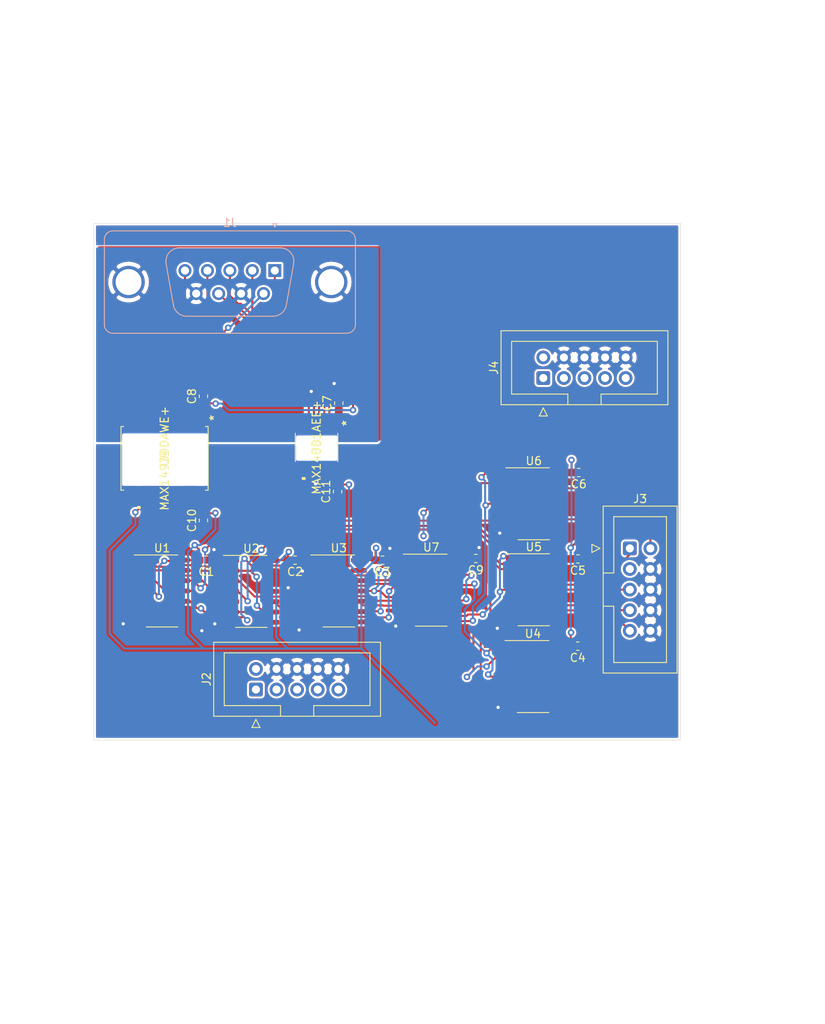
<source format=kicad_pcb>
(kicad_pcb (version 20171130) (host pcbnew "(5.1.6)-1")
  (layers (0 F.Cu signal) (31 B.Cu signal) (34 B.Paste user) (35 F.Paste user) (36 B.SilkS user) (37 F.SilkS user) (38 B.Mask user) (39 F.Mask user) (44 Edge.Cuts user))
  (net 0 "")
  (net 1 +5VD)
  (net 2 GNDD)
  (net 3 GNDPWR)
  (net 4 VBUS)
  (net 5 ~RST)
  (net 6 BC1)
  (net 7 BC0)
  (net 8 MISO)
  (net 9 SCK)
  (net 10 MOSI)
  (net 11 TCS_MISO)
  (net 12 TCS_SCK)
  (net 13 ~TCS_RST)
  (net 14 TCS_MOSI)
  (net 15 RCS_MISO)
  (net 16 RCS_SCK)
  (net 17 ~RCS_RST)
  (net 18 RCS_MOSI)
  (net 19 DCS_MISO)
  (net 20 DCS_SCK)
  (net 21 ~DCS_RST)
  (net 22 DCS_MOSI)
  (net 23 "Net-(U1-Pad12)")
  (net 24 "Net-(U1-Pad10)")
  (net 25 BC1_ISO)
  (net 26 BC0_ISO)
  (net 27 /MOSI_ISO)
  (net 28 /SCK_ISO)
  (net 29 /MISO_ISO)
  (net 30 /~RST_ISO)
  (net 31 /DCS_BSEL)
  (net 32 /TCS_BSEL)
  (net 33 /RCS_BSEL)
  (net 34 /~RCS_BSEL)
  (net 35 /~TCS_BSEL)
  (net 36 /~DCS_BSEL)
  (net 37 "Net-(U2-Pad10)")
  (net 38 "Net-(U2-Pad4)")
  (net 39 "Net-(U2-Pad3)")
  (net 40 "Net-(U3-Pad11)")
  (net 41 "Net-(U3-Pad9)")
  (net 42 "Net-(U3-Pad6)")
  (net 43 "Net-(U3-Pad2)")
  (net 44 /~BC0_ISO)
  (net 45 /~BC1_ISO)
  (module Connector_IDC:IDC-Header_2x05_P2.54mm_Vertical (layer F.Cu) (at 222.15 96.4)
    (fp_text reference J3 (at 1.27 -6.1) (layer F.SilkS))
    (fp_text value TCS-ISP)
    (pad 10 thru_hole circle (at 2.54 10.16) (size 1.7 1.7) (drill 1) (layers *.Cu *.Mask) (net 2 GNDD))
    (pad 8 thru_hole circle (at 2.54 7.62) (size 1.7 1.7) (drill 1) (layers *.Cu *.Mask) (net 2 GNDD))
    (pad 6 thru_hole circle (at 2.54 5.08) (size 1.7 1.7) (drill 1) (layers *.Cu *.Mask) (net 2 GNDD))
    (pad 4 thru_hole circle (at 2.54 2.54) (size 1.7 1.7) (drill 1) (layers *.Cu *.Mask) (net 2 GNDD))
    (pad 2 thru_hole circle (at 2.54 0) (size 1.7 1.7) (drill 1) (layers *.Cu *.Mask) (net 1 +5VD))
    (pad 9 thru_hole circle (at 0 10.16) (size 1.7 1.7) (drill 1) (layers *.Cu *.Mask) (net 11 TCS_MISO))
    (pad 7 thru_hole circle (at 0 7.62) (size 1.7 1.7) (drill 1) (layers *.Cu *.Mask) (net 12 TCS_SCK))
    (pad 5 thru_hole circle (at 0 5.08) (size 1.7 1.7) (drill 1) (layers *.Cu *.Mask) (net 13 ~TCS_RST))
    (pad 3 thru_hole circle (at 0 2.54) (size 1.7 1.7) (drill 1) (layers *.Cu *.Mask))
    (pad 1 thru_hole roundrect (at 0 0) (size 1.7 1.7) (drill 1) (layers *.Cu *.Mask) (roundrect_rratio 0.147059) (net 14 TCS_MOSI))
  )
  (module Connector_IDC:IDC-Header_2x05_P2.54mm_Vertical (layer F.Cu) (at 211.475 75.4 90)
    (fp_text reference J4 (at 1.27 -6.1 90) (layer F.SilkS))
    (fp_text value DCS-ISP)
    (pad 10 thru_hole circle (at 2.54 10.16 90) (size 1.7 1.7) (drill 1) (layers *.Cu *.Mask) (net 2 GNDD))
    (pad 8 thru_hole circle (at 2.54 7.62 90) (size 1.7 1.7) (drill 1) (layers *.Cu *.Mask) (net 2 GNDD))
    (pad 6 thru_hole circle (at 2.54 5.08 90) (size 1.7 1.7) (drill 1) (layers *.Cu *.Mask) (net 2 GNDD))
    (pad 4 thru_hole circle (at 2.54 2.54 90) (size 1.7 1.7) (drill 1) (layers *.Cu *.Mask) (net 2 GNDD))
    (pad 2 thru_hole circle (at 2.54 0 90) (size 1.7 1.7) (drill 1) (layers *.Cu *.Mask) (net 1 +5VD))
    (pad 9 thru_hole circle (at 0 10.16 90) (size 1.7 1.7) (drill 1) (layers *.Cu *.Mask) (net 19 DCS_MISO))
    (pad 7 thru_hole circle (at 0 7.62 90) (size 1.7 1.7) (drill 1) (layers *.Cu *.Mask) (net 20 DCS_SCK))
    (pad 5 thru_hole circle (at 0 5.08 90) (size 1.7 1.7) (drill 1) (layers *.Cu *.Mask) (net 21 ~DCS_RST))
    (pad 3 thru_hole circle (at 0 2.54 90) (size 1.7 1.7) (drill 1) (layers *.Cu *.Mask))
    (pad 1 thru_hole roundrect (at 0 0 90) (size 1.7 1.7) (drill 1) (layers *.Cu *.Mask) (roundrect_rratio 0.147059) (net 22 DCS_MOSI))
  )
  (module Package_SO:SOIC-14_3.9x8.7mm_P1.27mm (layer F.Cu) (at 164.45 101.65)
    (fp_text reference U1 (at 0 -5.28) (layer F.SilkS))
    (fp_text value 4069)
    (pad 14 smd roundrect (at 2.475 -3.81) (size 1.95 0.6) (layers F.Cu F.Paste F.Mask) (net 1 +5VD))
    (pad 13 smd roundrect (at 2.475 -2.54) (size 1.95 0.6) (layers F.Cu F.Paste F.Mask) (net 25 BC1_ISO))
    (pad 12 smd roundrect (at 2.475 -1.27) (size 1.95 0.6) (layers F.Cu F.Paste F.Mask) (net 23 "Net-(U1-Pad12)"))
    (pad 11 smd roundrect (at 2.475 0) (size 1.95 0.6) (layers F.Cu F.Paste F.Mask) (net 26 BC0_ISO))
    (pad 10 smd roundrect (at 2.475 1.27) (size 1.95 0.6) (layers F.Cu F.Paste F.Mask) (net 24 "Net-(U1-Pad10)"))
    (pad 9 smd roundrect (at 2.475 2.54) (size 1.95 0.6) (layers F.Cu F.Paste F.Mask) (net 2 GNDD))
    (pad 8 smd roundrect (at 2.475 3.81) (size 1.95 0.6) (layers F.Cu F.Paste F.Mask) (net 2 GNDD))
    (pad 7 smd roundrect (at -2.475 3.81) (size 1.95 0.6) (layers F.Cu F.Paste F.Mask) (net 2 GNDD))
    (pad 6 smd roundrect (at -2.475 2.54) (size 1.95 0.6) (layers F.Cu F.Paste F.Mask) (net 2 GNDD))
    (pad 5 smd roundrect (at -2.475 1.27) (size 1.95 0.6) (layers F.Cu F.Paste F.Mask) (net 2 GNDD))
    (pad 4 smd roundrect (at -2.475 0) (size 1.95 0.6) (layers F.Cu F.Paste F.Mask) (net 44 /~BC0_ISO))
    (pad 3 smd roundrect (at -2.475 -1.27) (size 1.95 0.6) (layers F.Cu F.Paste F.Mask) (net 26 BC0_ISO))
    (pad 2 smd roundrect (at -2.475 -2.54) (size 1.95 0.6) (layers F.Cu F.Paste F.Mask) (net 45 /~BC1_ISO))
    (pad 1 smd roundrect (at -2.475 -3.81) (size 1.95 0.6) (layers F.Cu F.Paste F.Mask) (net 25 BC1_ISO))
  )
  (module Package_SO:SOIC-14_3.9x8.7mm_P1.27mm (layer F.Cu) (at 197.65 101.55)
    (fp_text reference U7 (at 0 -5.28) (layer F.SilkS))
    (fp_text value 4069)
    (pad 14 smd roundrect (at 2.475 -3.81) (size 1.95 0.6) (layers F.Cu F.Paste F.Mask) (net 1 +5VD))
    (pad 13 smd roundrect (at 2.475 -2.54) (size 1.95 0.6) (layers F.Cu F.Paste F.Mask) (net 40 "Net-(U3-Pad11)"))
    (pad 12 smd roundrect (at 2.475 -1.27) (size 1.95 0.6) (layers F.Cu F.Paste F.Mask) (net 42 "Net-(U3-Pad6)"))
    (pad 11 smd roundrect (at 2.475 0) (size 1.95 0.6) (layers F.Cu F.Paste F.Mask) (net 40 "Net-(U3-Pad11)"))
    (pad 10 smd roundrect (at 2.475 1.27) (size 1.95 0.6) (layers F.Cu F.Paste F.Mask) (net 43 "Net-(U3-Pad2)"))
    (pad 9 smd roundrect (at 2.475 2.54) (size 1.95 0.6) (layers F.Cu F.Paste F.Mask) (net 31 /DCS_BSEL))
    (pad 8 smd roundrect (at 2.475 3.81) (size 1.95 0.6) (layers F.Cu F.Paste F.Mask) (net 36 /~DCS_BSEL))
    (pad 7 smd roundrect (at -2.475 3.81) (size 1.95 0.6) (layers F.Cu F.Paste F.Mask) (net 2 GNDD))
    (pad 6 smd roundrect (at -2.475 2.54) (size 1.95 0.6) (layers F.Cu F.Paste F.Mask) (net 35 /~TCS_BSEL))
    (pad 5 smd roundrect (at -2.475 1.27) (size 1.95 0.6) (layers F.Cu F.Paste F.Mask) (net 32 /TCS_BSEL))
    (pad 4 smd roundrect (at -2.475 0) (size 1.95 0.6) (layers F.Cu F.Paste F.Mask) (net 34 /~RCS_BSEL))
    (pad 3 smd roundrect (at -2.475 -1.27) (size 1.95 0.6) (layers F.Cu F.Paste F.Mask) (net 33 /RCS_BSEL))
    (pad 2 smd roundrect (at -2.475 -2.54) (size 1.95 0.6) (layers F.Cu F.Paste F.Mask) (net 41 "Net-(U3-Pad9)"))
    (pad 1 smd roundrect (at -2.475 -3.81) (size 1.95 0.6) (layers F.Cu F.Paste F.Mask) (net 40 "Net-(U3-Pad11)"))
  )
  (module Package_SO:SOIC-14_3.9x8.7mm_P1.27mm (layer F.Cu) (at 186.25 101.65)
    (fp_text reference U3 (at 0 -5.28) (layer F.SilkS))
    (fp_text value 4081)
    (pad 14 smd roundrect (at 2.475 -3.81) (size 1.95 0.6) (layers F.Cu F.Paste F.Mask) (net 1 +5VD))
    (pad 13 smd roundrect (at 2.475 -2.54) (size 1.95 0.6) (layers F.Cu F.Paste F.Mask) (net 23 "Net-(U1-Pad12)"))
    (pad 12 smd roundrect (at 2.475 -1.27) (size 1.95 0.6) (layers F.Cu F.Paste F.Mask) (net 24 "Net-(U1-Pad10)"))
    (pad 11 smd roundrect (at 2.475 0) (size 1.95 0.6) (layers F.Cu F.Paste F.Mask) (net 40 "Net-(U3-Pad11)"))
    (pad 10 smd roundrect (at 2.475 1.27) (size 1.95 0.6) (layers F.Cu F.Paste F.Mask) (net 31 /DCS_BSEL))
    (pad 9 smd roundrect (at 2.475 2.54) (size 1.95 0.6) (layers F.Cu F.Paste F.Mask) (net 41 "Net-(U3-Pad9)"))
    (pad 8 smd roundrect (at 2.475 3.81) (size 1.95 0.6) (layers F.Cu F.Paste F.Mask) (net 37 "Net-(U2-Pad10)"))
    (pad 7 smd roundrect (at -2.475 3.81) (size 1.95 0.6) (layers F.Cu F.Paste F.Mask) (net 2 GNDD))
    (pad 6 smd roundrect (at -2.475 2.54) (size 1.95 0.6) (layers F.Cu F.Paste F.Mask) (net 42 "Net-(U3-Pad6)"))
    (pad 5 smd roundrect (at -2.475 1.27) (size 1.95 0.6) (layers F.Cu F.Paste F.Mask) (net 39 "Net-(U2-Pad3)"))
    (pad 4 smd roundrect (at -2.475 0) (size 1.95 0.6) (layers F.Cu F.Paste F.Mask) (net 32 /TCS_BSEL))
    (pad 3 smd roundrect (at -2.475 -1.27) (size 1.95 0.6) (layers F.Cu F.Paste F.Mask) (net 33 /RCS_BSEL))
    (pad 2 smd roundrect (at -2.475 -2.54) (size 1.95 0.6) (layers F.Cu F.Paste F.Mask) (net 43 "Net-(U3-Pad2)"))
    (pad 1 smd roundrect (at -2.475 -3.81) (size 1.95 0.6) (layers F.Cu F.Paste F.Mask) (net 38 "Net-(U2-Pad4)"))
  )
  (module Capacitor_SMD:C_0603_1608Metric_Pad1.05x0.95mm_HandSolder (layer F.Cu) (at 203.15 97.65 180)
    (fp_text reference C9 (at 0 -1.43) (layer F.SilkS))
    (fp_text value 0.1uF)
    (pad 2 smd roundrect (at 0.875 0 180) (size 1.05 0.95) (layers F.Cu F.Paste F.Mask) (net 1 +5VD))
    (pad 1 smd roundrect (at -0.875 0 180) (size 1.05 0.95) (layers F.Cu F.Paste F.Mask) (net 2 GNDD))
  )
  (module Connector_IDC:IDC-Header_2x05_P2.54mm_Vertical (layer F.Cu) (at 176.025 113.8 90)
    (fp_text reference J2 (at 1.27 -6.1 90) (layer F.SilkS))
    (fp_text value RCS-ISP)
    (pad 10 thru_hole circle (at 2.54 10.16 90) (size 1.7 1.7) (drill 1) (layers *.Cu *.Mask) (net 2 GNDD))
    (pad 8 thru_hole circle (at 2.54 7.62 90) (size 1.7 1.7) (drill 1) (layers *.Cu *.Mask) (net 2 GNDD))
    (pad 6 thru_hole circle (at 2.54 5.08 90) (size 1.7 1.7) (drill 1) (layers *.Cu *.Mask) (net 2 GNDD))
    (pad 4 thru_hole circle (at 2.54 2.54 90) (size 1.7 1.7) (drill 1) (layers *.Cu *.Mask) (net 2 GNDD))
    (pad 2 thru_hole circle (at 2.54 0 90) (size 1.7 1.7) (drill 1) (layers *.Cu *.Mask) (net 1 +5VD))
    (pad 9 thru_hole circle (at 0 10.16 90) (size 1.7 1.7) (drill 1) (layers *.Cu *.Mask) (net 15 RCS_MISO))
    (pad 7 thru_hole circle (at 0 7.62 90) (size 1.7 1.7) (drill 1) (layers *.Cu *.Mask) (net 16 RCS_SCK))
    (pad 5 thru_hole circle (at 0 5.08 90) (size 1.7 1.7) (drill 1) (layers *.Cu *.Mask) (net 17 ~RCS_RST))
    (pad 3 thru_hole circle (at 0 2.54 90) (size 1.7 1.7) (drill 1) (layers *.Cu *.Mask))
    (pad 1 thru_hole roundrect (at 0 0 90) (size 1.7 1.7) (drill 1) (layers *.Cu *.Mask) (roundrect_rratio 0.147059) (net 18 RCS_MOSI))
  )
  (module Package_SO:SOIC-14_3.9x8.7mm_P1.27mm (layer F.Cu) (at 210.3 90.9)
    (fp_text reference U6 (at 0 -5.28) (layer F.SilkS))
    (fp_text value 74LS125)
    (pad 14 smd roundrect (at 2.475 -3.81) (size 1.95 0.6) (layers F.Cu F.Paste F.Mask) (net 1 +5VD))
    (pad 13 smd roundrect (at 2.475 -2.54) (size 1.95 0.6) (layers F.Cu F.Paste F.Mask) (net 36 /~DCS_BSEL))
    (pad 12 smd roundrect (at 2.475 -1.27) (size 1.95 0.6) (layers F.Cu F.Paste F.Mask) (net 19 DCS_MISO))
    (pad 11 smd roundrect (at 2.475 0) (size 1.95 0.6) (layers F.Cu F.Paste F.Mask) (net 29 /MISO_ISO))
    (pad 10 smd roundrect (at 2.475 1.27) (size 1.95 0.6) (layers F.Cu F.Paste F.Mask) (net 36 /~DCS_BSEL))
    (pad 9 smd roundrect (at 2.475 2.54) (size 1.95 0.6) (layers F.Cu F.Paste F.Mask) (net 30 /~RST_ISO))
    (pad 8 smd roundrect (at 2.475 3.81) (size 1.95 0.6) (layers F.Cu F.Paste F.Mask) (net 21 ~DCS_RST))
    (pad 7 smd roundrect (at -2.475 3.81) (size 1.95 0.6) (layers F.Cu F.Paste F.Mask) (net 2 GNDD))
    (pad 6 smd roundrect (at -2.475 2.54) (size 1.95 0.6) (layers F.Cu F.Paste F.Mask) (net 20 DCS_SCK))
    (pad 5 smd roundrect (at -2.475 1.27) (size 1.95 0.6) (layers F.Cu F.Paste F.Mask) (net 28 /SCK_ISO))
    (pad 4 smd roundrect (at -2.475 0) (size 1.95 0.6) (layers F.Cu F.Paste F.Mask) (net 36 /~DCS_BSEL))
    (pad 3 smd roundrect (at -2.475 -1.27) (size 1.95 0.6) (layers F.Cu F.Paste F.Mask) (net 22 DCS_MOSI))
    (pad 2 smd roundrect (at -2.475 -2.54) (size 1.95 0.6) (layers F.Cu F.Paste F.Mask) (net 27 /MOSI_ISO))
    (pad 1 smd roundrect (at -2.475 -3.81) (size 1.95 0.6) (layers F.Cu F.Paste F.Mask) (net 36 /~DCS_BSEL))
  )
  (module Package_SO:SOIC-14_3.9x8.7mm_P1.27mm (layer F.Cu) (at 210.3 101.5)
    (fp_text reference U5 (at 0 -5.28) (layer F.SilkS))
    (fp_text value 74LS125)
    (pad 14 smd roundrect (at 2.475 -3.81) (size 1.95 0.6) (layers F.Cu F.Paste F.Mask) (net 1 +5VD))
    (pad 13 smd roundrect (at 2.475 -2.54) (size 1.95 0.6) (layers F.Cu F.Paste F.Mask) (net 35 /~TCS_BSEL))
    (pad 12 smd roundrect (at 2.475 -1.27) (size 1.95 0.6) (layers F.Cu F.Paste F.Mask) (net 30 /~RST_ISO))
    (pad 11 smd roundrect (at 2.475 0) (size 1.95 0.6) (layers F.Cu F.Paste F.Mask) (net 13 ~TCS_RST))
    (pad 10 smd roundrect (at 2.475 1.27) (size 1.95 0.6) (layers F.Cu F.Paste F.Mask) (net 35 /~TCS_BSEL))
    (pad 9 smd roundrect (at 2.475 2.54) (size 1.95 0.6) (layers F.Cu F.Paste F.Mask) (net 11 TCS_MISO))
    (pad 8 smd roundrect (at 2.475 3.81) (size 1.95 0.6) (layers F.Cu F.Paste F.Mask) (net 29 /MISO_ISO))
    (pad 7 smd roundrect (at -2.475 3.81) (size 1.95 0.6) (layers F.Cu F.Paste F.Mask) (net 2 GNDD))
    (pad 6 smd roundrect (at -2.475 2.54) (size 1.95 0.6) (layers F.Cu F.Paste F.Mask) (net 12 TCS_SCK))
    (pad 5 smd roundrect (at -2.475 1.27) (size 1.95 0.6) (layers F.Cu F.Paste F.Mask) (net 28 /SCK_ISO))
    (pad 4 smd roundrect (at -2.475 0) (size 1.95 0.6) (layers F.Cu F.Paste F.Mask) (net 35 /~TCS_BSEL))
    (pad 3 smd roundrect (at -2.475 -1.27) (size 1.95 0.6) (layers F.Cu F.Paste F.Mask) (net 14 TCS_MOSI))
    (pad 2 smd roundrect (at -2.475 -2.54) (size 1.95 0.6) (layers F.Cu F.Paste F.Mask) (net 27 /MOSI_ISO))
    (pad 1 smd roundrect (at -2.475 -3.81) (size 1.95 0.6) (layers F.Cu F.Paste F.Mask) (net 35 /~TCS_BSEL))
  )
  (module Package_SO:SOIC-14_3.9x8.7mm_P1.27mm (layer F.Cu) (at 210.2 112.2)
    (fp_text reference U4 (at 0 -5.28) (layer F.SilkS))
    (fp_text value 74LS125)
    (pad 14 smd roundrect (at 2.475 -3.81) (size 1.95 0.6) (layers F.Cu F.Paste F.Mask) (net 1 +5VD))
    (pad 13 smd roundrect (at 2.475 -2.54) (size 1.95 0.6) (layers F.Cu F.Paste F.Mask) (net 34 /~RCS_BSEL))
    (pad 12 smd roundrect (at 2.475 -1.27) (size 1.95 0.6) (layers F.Cu F.Paste F.Mask) (net 15 RCS_MISO))
    (pad 11 smd roundrect (at 2.475 0) (size 1.95 0.6) (layers F.Cu F.Paste F.Mask) (net 29 /MISO_ISO))
    (pad 10 smd roundrect (at 2.475 1.27) (size 1.95 0.6) (layers F.Cu F.Paste F.Mask) (net 34 /~RCS_BSEL))
    (pad 9 smd roundrect (at 2.475 2.54) (size 1.95 0.6) (layers F.Cu F.Paste F.Mask) (net 30 /~RST_ISO))
    (pad 8 smd roundrect (at 2.475 3.81) (size 1.95 0.6) (layers F.Cu F.Paste F.Mask) (net 17 ~RCS_RST))
    (pad 7 smd roundrect (at -2.475 3.81) (size 1.95 0.6) (layers F.Cu F.Paste F.Mask) (net 2 GNDD))
    (pad 6 smd roundrect (at -2.475 2.54) (size 1.95 0.6) (layers F.Cu F.Paste F.Mask) (net 16 RCS_SCK))
    (pad 5 smd roundrect (at -2.475 1.27) (size 1.95 0.6) (layers F.Cu F.Paste F.Mask) (net 28 /SCK_ISO))
    (pad 4 smd roundrect (at -2.475 0) (size 1.95 0.6) (layers F.Cu F.Paste F.Mask) (net 34 /~RCS_BSEL))
    (pad 3 smd roundrect (at -2.475 -1.27) (size 1.95 0.6) (layers F.Cu F.Paste F.Mask) (net 18 RCS_MOSI))
    (pad 2 smd roundrect (at -2.475 -2.54) (size 1.95 0.6) (layers F.Cu F.Paste F.Mask) (net 27 /MOSI_ISO))
    (pad 1 smd roundrect (at -2.475 -3.81) (size 1.95 0.6) (layers F.Cu F.Paste F.Mask) (net 34 /~RCS_BSEL))
  )
  (module MAX14930DAWE_PLUS:MAX14930DAWE&plus_ (layer F.Cu) (at 164.75 85.3 270)
    (fp_text reference U9 (at 0 0 90) (layer F.SilkS))
    (fp_text value MAX14930DAWE+ (at 0 0 90) (layer F.SilkS))
    (fp_text user * (at -4.9883 -6.1206 90) (layer F.SilkS))
    (fp_text user * (at -4.9883 -6.1206 90) (layer F.SilkS))
    (pad 16 smd rect (at 4.734301 -4.445 270) (size 1.873999 0.5326) (layers F.Cu F.Paste F.Mask) (net 1 +5VD))
    (pad 15 smd rect (at 4.734301 -3.175 270) (size 1.873999 0.5326) (layers F.Cu F.Paste F.Mask) (net 2 GNDD))
    (pad 14 smd rect (at 4.734301 -1.905 270) (size 1.873999 0.5326) (layers F.Cu F.Paste F.Mask) (net 25 BC1_ISO))
    (pad 13 smd rect (at 4.734301 -0.635 270) (size 1.873999 0.5326) (layers F.Cu F.Paste F.Mask) (net 26 BC0_ISO))
    (pad 12 smd rect (at 4.734301 0.635 270) (size 1.873999 0.5326) (layers F.Cu F.Paste F.Mask) (net 2 GNDD))
    (pad 11 smd rect (at 4.734301 1.905 270) (size 1.873999 0.5326) (layers F.Cu F.Paste F.Mask) (net 2 GNDD))
    (pad 10 smd rect (at 4.734301 3.175 270) (size 1.873999 0.5326) (layers F.Cu F.Paste F.Mask) (net 1 +5VD))
    (pad 9 smd rect (at 4.734301 4.445 270) (size 1.873999 0.5326) (layers F.Cu F.Paste F.Mask) (net 2 GNDD))
    (pad 8 smd rect (at -4.734301 4.445 270) (size 1.873999 0.5326) (layers F.Cu F.Paste F.Mask) (net 3 GNDPWR))
    (pad 7 smd rect (at -4.734301 3.175 270) (size 1.873999 0.5326) (layers F.Cu F.Paste F.Mask))
    (pad 6 smd rect (at -4.734301 1.905 270) (size 1.873999 0.5326) (layers F.Cu F.Paste F.Mask) (net 3 GNDPWR))
    (pad 5 smd rect (at -4.734301 0.635 270) (size 1.873999 0.5326) (layers F.Cu F.Paste F.Mask) (net 3 GNDPWR))
    (pad 4 smd rect (at -4.734301 -0.635 270) (size 1.873999 0.5326) (layers F.Cu F.Paste F.Mask) (net 7 BC0))
    (pad 3 smd rect (at -4.734301 -1.905 270) (size 1.873999 0.5326) (layers F.Cu F.Paste F.Mask) (net 6 BC1))
    (pad 2 smd rect (at -4.734301 -3.175 270) (size 1.873999 0.5326) (layers F.Cu F.Paste F.Mask) (net 3 GNDPWR))
    (pad 1 smd rect (at -4.734301 -4.445 270) (size 1.873999 0.5326) (layers F.Cu F.Paste F.Mask) (net 4 VBUS))
  )
  (module Package_SO:SOIC-14_3.9x8.7mm_P1.27mm (layer F.Cu) (at 175.45 101.7)
    (fp_text reference U2 (at 0 -5.28) (layer F.SilkS))
    (fp_text value 4081)
    (pad 14 smd roundrect (at 2.475 -3.81) (size 1.95 0.6) (layers F.Cu F.Paste F.Mask) (net 1 +5VD))
    (pad 13 smd roundrect (at 2.475 -2.54) (size 1.95 0.6) (layers F.Cu F.Paste F.Mask) (net 2 GNDD))
    (pad 12 smd roundrect (at 2.475 -1.27) (size 1.95 0.6) (layers F.Cu F.Paste F.Mask) (net 2 GNDD))
    (pad 11 smd roundrect (at 2.475 0) (size 1.95 0.6) (layers F.Cu F.Paste F.Mask))
    (pad 10 smd roundrect (at 2.475 1.27) (size 1.95 0.6) (layers F.Cu F.Paste F.Mask) (net 37 "Net-(U2-Pad10)"))
    (pad 9 smd roundrect (at 2.475 2.54) (size 1.95 0.6) (layers F.Cu F.Paste F.Mask) (net 25 BC1_ISO))
    (pad 8 smd roundrect (at 2.475 3.81) (size 1.95 0.6) (layers F.Cu F.Paste F.Mask) (net 26 BC0_ISO))
    (pad 7 smd roundrect (at -2.475 3.81) (size 1.95 0.6) (layers F.Cu F.Paste F.Mask) (net 2 GNDD))
    (pad 6 smd roundrect (at -2.475 2.54) (size 1.95 0.6) (layers F.Cu F.Paste F.Mask) (net 26 BC0_ISO))
    (pad 5 smd roundrect (at -2.475 1.27) (size 1.95 0.6) (layers F.Cu F.Paste F.Mask) (net 45 /~BC1_ISO))
    (pad 4 smd roundrect (at -2.475 0) (size 1.95 0.6) (layers F.Cu F.Paste F.Mask) (net 38 "Net-(U2-Pad4)"))
    (pad 3 smd roundrect (at -2.475 -1.27) (size 1.95 0.6) (layers F.Cu F.Paste F.Mask) (net 39 "Net-(U2-Pad3)"))
    (pad 2 smd roundrect (at -2.475 -2.54) (size 1.95 0.6) (layers F.Cu F.Paste F.Mask) (net 25 BC1_ISO))
    (pad 1 smd roundrect (at -2.475 -3.81) (size 1.95 0.6) (layers F.Cu F.Paste F.Mask) (net 44 /~BC0_ISO))
  )
  (module MAX14851-PLUS:MAX14851AEE&plus_ (layer F.Cu) (at 183.5 83.95 270)
    (fp_text reference U8 (at 0 0 90) (layer F.SilkS))
    (fp_text value MAX14851AEE+ (at 0 0 90) (layer F.SilkS))
    (fp_text user * (at -2.97815 -3.7211 90) (layer F.SilkS))
    (fp_text user * (at -2.97815 -3.7211 90) (layer F.SilkS))
    (pad 16 smd rect (at 2.72415 -2.2225 270) (size 1.4605 0.3556) (layers F.Cu F.Paste F.Mask) (net 1 +5VD))
    (pad 15 smd rect (at 2.72415 -1.5875 270) (size 1.4605 0.3556) (layers F.Cu F.Paste F.Mask) (net 27 /MOSI_ISO))
    (pad 14 smd rect (at 2.72415 -0.9525 270) (size 1.4605 0.3556) (layers F.Cu F.Paste F.Mask) (net 28 /SCK_ISO))
    (pad 13 smd rect (at 2.72415 -0.3175 270) (size 1.4605 0.3556) (layers F.Cu F.Paste F.Mask) (net 29 /MISO_ISO))
    (pad 12 smd rect (at 2.72415 0.3175 270) (size 1.4605 0.3556) (layers F.Cu F.Paste F.Mask) (net 2 GNDD))
    (pad 11 smd rect (at 2.72415 0.9525 270) (size 1.4605 0.3556) (layers F.Cu F.Paste F.Mask) (net 30 /~RST_ISO))
    (pad 10 smd rect (at 2.72415 1.5875 270) (size 1.4605 0.3556) (layers F.Cu F.Paste F.Mask) (net 2 GNDD))
    (pad 9 smd rect (at 2.72415 2.2225 270) (size 1.4605 0.3556) (layers F.Cu F.Paste F.Mask) (net 2 GNDD))
    (pad 8 smd rect (at -2.72415 2.2225 270) (size 1.4605 0.3556) (layers F.Cu F.Paste F.Mask) (net 3 GNDPWR))
    (pad 7 smd rect (at -2.72415 1.5875 270) (size 1.4605 0.3556) (layers F.Cu F.Paste F.Mask) (net 3 GNDPWR))
    (pad 6 smd rect (at -2.72415 0.9525 270) (size 1.4605 0.3556) (layers F.Cu F.Paste F.Mask) (net 8 MISO))
    (pad 5 smd rect (at -2.72415 0.3175 270) (size 1.4605 0.3556) (layers F.Cu F.Paste F.Mask) (net 3 GNDPWR))
    (pad 4 smd rect (at -2.72415 -0.3175 270) (size 1.4605 0.3556) (layers F.Cu F.Paste F.Mask) (net 5 ~RST))
    (pad 3 smd rect (at -2.72415 -0.9525 270) (size 1.4605 0.3556) (layers F.Cu F.Paste F.Mask) (net 9 SCK))
    (pad 2 smd rect (at -2.72415 -1.5875 270) (size 1.4605 0.3556) (layers F.Cu F.Paste F.Mask) (net 10 MOSI))
    (pad 1 smd rect (at -2.72415 -2.2225 270) (size 1.4605 0.3556) (layers F.Cu F.Paste F.Mask) (net 4 VBUS))
  )
  (module Connector_Dsub:DSUB-9_Male_Vertical_P2.77x2.84mm_MountingHoles (layer B.Cu) (at 178.35 62.15 180)
    (fp_text reference J1 (at 5.54 5.89) (layer B.SilkS) (effects (justify mirror)))
    (fp_text value DB9_Male_MountingHoles)
    (pad 0 thru_hole circle (at 18.04 -1.42 180) (size 4 4) (drill 3.2) (layers *.Cu *.Mask) (net 3 GNDPWR))
    (pad 0 thru_hole circle (at -6.96 -1.42 180) (size 4 4) (drill 3.2) (layers *.Cu *.Mask) (net 3 GNDPWR))
    (pad 9 thru_hole circle (at 9.695 -2.84 180) (size 1.6 1.6) (drill 1) (layers *.Cu *.Mask) (net 3 GNDPWR))
    (pad 8 thru_hole circle (at 6.925 -2.84 180) (size 1.6 1.6) (drill 1) (layers *.Cu *.Mask) (net 5 ~RST))
    (pad 7 thru_hole circle (at 4.155 -2.84 180) (size 1.6 1.6) (drill 1) (layers *.Cu *.Mask) (net 3 GNDPWR))
    (pad 6 thru_hole circle (at 1.385 -2.84 180) (size 1.6 1.6) (drill 1) (layers *.Cu *.Mask) (net 6 BC1))
    (pad 5 thru_hole circle (at 11.08 0 180) (size 1.6 1.6) (drill 1) (layers *.Cu *.Mask) (net 7 BC0))
    (pad 4 thru_hole circle (at 8.31 0 180) (size 1.6 1.6) (drill 1) (layers *.Cu *.Mask) (net 8 MISO))
    (pad 3 thru_hole circle (at 5.54 0 180) (size 1.6 1.6) (drill 1) (layers *.Cu *.Mask) (net 9 SCK))
    (pad 2 thru_hole circle (at 2.77 0 180) (size 1.6 1.6) (drill 1) (layers *.Cu *.Mask) (net 10 MOSI))
    (pad 1 thru_hole rect (at 0 0 180) (size 1.6 1.6) (drill 1) (layers *.Cu *.Mask) (net 4 VBUS))
  )
  (module Capacitor_SMD:C_0603_1608Metric_Pad1.05x0.95mm_HandSolder (layer F.Cu) (at 169.55 77.65 90)
    (fp_text reference C8 (at 0 -1.43 90) (layer F.SilkS))
    (fp_text value 0.1uF)
    (pad 2 smd roundrect (at 0.875 0 90) (size 1.05 0.95) (layers F.Cu F.Paste F.Mask) (net 3 GNDPWR))
    (pad 1 smd roundrect (at -0.875 0 90) (size 1.05 0.95) (layers F.Cu F.Paste F.Mask) (net 4 VBUS))
  )
  (module Capacitor_SMD:C_0603_1608Metric_Pad1.05x0.95mm_HandSolder (layer F.Cu) (at 186.25 78.5 90)
    (fp_text reference C7 (at 0 -1.43 90) (layer F.SilkS))
    (fp_text value 0.1uF)
    (pad 2 smd roundrect (at 0.875 0 90) (size 1.05 0.95) (layers F.Cu F.Paste F.Mask) (net 3 GNDPWR))
    (pad 1 smd roundrect (at -0.875 0 90) (size 1.05 0.95) (layers F.Cu F.Paste F.Mask) (net 4 VBUS))
  )
  (module Capacitor_SMD:C_0603_1608Metric_Pad1.05x0.95mm_HandSolder (layer F.Cu) (at 215.85 87.05 180)
    (fp_text reference C6 (at 0 -1.43) (layer F.SilkS))
    (fp_text value 0.1uF)
    (pad 2 smd roundrect (at 0.875 0 180) (size 1.05 0.95) (layers F.Cu F.Paste F.Mask) (net 1 +5VD))
    (pad 1 smd roundrect (at -0.875 0 180) (size 1.05 0.95) (layers F.Cu F.Paste F.Mask) (net 2 GNDD))
  )
  (module Capacitor_SMD:C_0603_1608Metric_Pad1.05x0.95mm_HandSolder (layer F.Cu) (at 215.75 97.7 180)
    (fp_text reference C5 (at 0 -1.43) (layer F.SilkS))
    (fp_text value 0.1uF)
    (pad 2 smd roundrect (at 0.875 0 180) (size 1.05 0.95) (layers F.Cu F.Paste F.Mask) (net 1 +5VD))
    (pad 1 smd roundrect (at -0.875 0 180) (size 1.05 0.95) (layers F.Cu F.Paste F.Mask) (net 2 GNDD))
  )
  (module Capacitor_SMD:C_0603_1608Metric_Pad1.05x0.95mm_HandSolder (layer F.Cu) (at 186.1 89.4 90)
    (fp_text reference C11 (at 0 -1.43 90) (layer F.SilkS))
    (fp_text value 0.1uF)
    (pad 2 smd roundrect (at 0.875 0 90) (size 1.05 0.95) (layers F.Cu F.Paste F.Mask) (net 1 +5VD))
    (pad 1 smd roundrect (at -0.875 0 90) (size 1.05 0.95) (layers F.Cu F.Paste F.Mask) (net 2 GNDD))
  )
  (module Capacitor_SMD:C_0603_1608Metric_Pad1.05x0.95mm_HandSolder (layer F.Cu) (at 169.55 92.95 90)
    (fp_text reference C10 (at 0 -1.43 90) (layer F.SilkS))
    (fp_text value 0.1uF)
    (pad 2 smd roundrect (at 0.875 0 90) (size 1.05 0.95) (layers F.Cu F.Paste F.Mask) (net 1 +5VD))
    (pad 1 smd roundrect (at -0.875 0 90) (size 1.05 0.95) (layers F.Cu F.Paste F.Mask) (net 2 GNDD))
  )
  (module Capacitor_SMD:C_0603_1608Metric_Pad1.05x0.95mm_HandSolder (layer F.Cu) (at 215.725 108.45 180)
    (fp_text reference C4 (at 0 -1.43) (layer F.SilkS))
    (fp_text value 0.1uF)
    (pad 2 smd roundrect (at 0.875 0 180) (size 1.05 0.95) (layers F.Cu F.Paste F.Mask) (net 1 +5VD))
    (pad 1 smd roundrect (at -0.875 0 180) (size 1.05 0.95) (layers F.Cu F.Paste F.Mask) (net 2 GNDD))
  )
  (module Capacitor_SMD:C_0603_1608Metric_Pad1.05x0.95mm_HandSolder (layer F.Cu) (at 191.65 97.85 180)
    (fp_text reference C3 (at 0 -1.43) (layer F.SilkS))
    (fp_text value 0.1uF)
    (pad 2 smd roundrect (at 0.875 0 180) (size 1.05 0.95) (layers F.Cu F.Paste F.Mask) (net 1 +5VD))
    (pad 1 smd roundrect (at -0.875 0 180) (size 1.05 0.95) (layers F.Cu F.Paste F.Mask) (net 2 GNDD))
  )
  (module Capacitor_SMD:C_0603_1608Metric_Pad1.05x0.95mm_HandSolder (layer F.Cu) (at 180.85 97.85 180)
    (fp_text reference C2 (at 0 -1.43) (layer F.SilkS))
    (fp_text value 0.1uF)
    (pad 2 smd roundrect (at 0.875 0 180) (size 1.05 0.95) (layers F.Cu F.Paste F.Mask) (net 1 +5VD))
    (pad 1 smd roundrect (at -0.875 0 180) (size 1.05 0.95) (layers F.Cu F.Paste F.Mask) (net 2 GNDD))
  )
  (module Capacitor_SMD:C_0603_1608Metric_Pad1.05x0.95mm_HandSolder (layer F.Cu) (at 169.9 97.85 180)
    (fp_text reference C1 (at 0 -1.43) (layer F.SilkS))
    (fp_text value 0.1uF)
    (pad 2 smd roundrect (at 0.875 0 180) (size 1.05 0.95) (layers F.Cu F.Paste F.Mask) (net 1 +5VD))
    (pad 1 smd roundrect (at -0.875 0 180) (size 1.05 0.95) (layers F.Cu F.Paste F.Mask) (net 2 GNDD))
  )
  (gr_line (start 156.025 56.325) (end 156.025 120.025) (layer Edge.Cuts) (width 0.05))
  (gr_line (start 228.4 56.325) (end 156.025 56.325) (layer Edge.Cuts) (width 0.05))
  (gr_line (start 228.4 120.025) (end 228.4 56.325) (layer Edge.Cuts) (width 0.05))
  (gr_line (start 156.025 120.025) (end 228.4 120.025) (layer Edge.Cuts) (width 0.05))
  (segment (start 177.965 97.85) (end 177.925 97.89) (width 0.25) (layer F.Cu) (net 1))
  (segment (start 179.975 97.85) (end 177.965 97.85) (width 0.25) (layer F.Cu) (net 1))
  (segment (start 166.935 97.85) (end 166.925 97.84) (width 0.25) (layer F.Cu) (net 1))
  (segment (start 169.025 97.85) (end 166.935 97.85) (width 0.25) (layer F.Cu) (net 1))
  (segment (start 214.935 87.09) (end 214.975 87.05) (width 0.25) (layer F.Cu) (net 1))
  (segment (start 212.775 87.09) (end 214.935 87.09) (width 0.25) (layer F.Cu) (net 1))
  (segment (start 214.865 97.69) (end 214.875 97.7) (width 0.25) (layer F.Cu) (net 1))
  (segment (start 212.775 97.69) (end 214.865 97.69) (width 0.25) (layer F.Cu) (net 1))
  (segment (start 214.79 108.39) (end 214.85 108.45) (width 0.25) (layer F.Cu) (net 1))
  (segment (start 212.675 108.39) (end 214.79 108.39) (width 0.25) (layer F.Cu) (net 1))
  (segment (start 188.735 97.85) (end 188.725 97.84) (width 0.25) (layer F.Cu) (net 1))
  (segment (start 190.775 97.85) (end 188.735 97.85) (width 0.25) (layer F.Cu) (net 1))
  (segment (start 200.215 97.65) (end 200.125 97.74) (width 0.25) (layer F.Cu) (net 1))
  (segment (start 202.275 97.65) (end 200.215 97.65) (width 0.25) (layer F.Cu) (net 1))
  (via (at 190.85 96.35) (size 0.8) (drill 0.4) (layers F.Cu B.Cu) (net 1))
  (segment (start 190.775 97.85) (end 190.775 96.425) (width 0.25) (layer F.Cu) (net 1))
  (segment (start 190.775 96.425) (end 190.85 96.35) (width 0.25) (layer F.Cu) (net 1))
  (segment (start 179.975 97.85) (end 179.975 96.929626) (width 0.25) (layer F.Cu) (net 1))
  (segment (start 179.975 96.929626) (end 180.079616 96.82501) (width 0.25) (layer F.Cu) (net 1))
  (via (at 180.079616 96.82501) (size 0.8) (drill 0.4) (layers F.Cu B.Cu) (net 1))
  (segment (start 169.55 92.075) (end 169.55 91.95) (width 0.25) (layer F.Cu) (net 1))
  (segment (start 169.195 91.595) (end 169.195 90.034301) (width 0.25) (layer F.Cu) (net 1))
  (segment (start 169.55 91.95) (end 169.195 91.595) (width 0.25) (layer F.Cu) (net 1))
  (via (at 161.15 91.95) (size 0.8) (drill 0.4) (layers F.Cu B.Cu) (net 1))
  (segment (start 161.575 90.034301) (end 161.575 91.525) (width 0.25) (layer F.Cu) (net 1))
  (segment (start 161.575 91.525) (end 161.15 91.95) (width 0.25) (layer F.Cu) (net 1))
  (segment (start 169.025 96.55) (end 168.475 96) (width 0.25) (layer F.Cu) (net 1))
  (via (at 168.475 96) (size 0.8) (drill 0.4) (layers F.Cu B.Cu) (net 1))
  (segment (start 169.025 97.85) (end 169.025 96.55) (width 0.25) (layer F.Cu) (net 1))
  (via (at 171.025 92.025) (size 0.8) (drill 0.4) (layers F.Cu B.Cu) (net 1))
  (segment (start 169.55 92.075) (end 170.975 92.075) (width 0.25) (layer F.Cu) (net 1))
  (segment (start 170.975 92.075) (end 171.025 92.025) (width 0.25) (layer F.Cu) (net 1))
  (via (at 187.5 88.525) (size 0.8) (drill 0.4) (layers F.Cu B.Cu) (net 1))
  (segment (start 186.1 88.525) (end 187.5 88.525) (width 0.25) (layer F.Cu) (net 1))
  (segment (start 171.025 92.025) (end 171.025 94.075) (width 0.25) (layer B.Cu) (net 1))
  (segment (start 169.1 96) (end 168.475 96) (width 0.25) (layer B.Cu) (net 1))
  (segment (start 171.025 94.075) (end 169.1 96) (width 0.25) (layer B.Cu) (net 1))
  (segment (start 178.53442 98.370206) (end 180.079616 96.82501) (width 0.25) (layer B.Cu) (net 1))
  (segment (start 178.53442 99.43442) (end 178.53442 98.370206) (width 0.25) (layer B.Cu) (net 1))
  (segment (start 190.85 97.725) (end 190.85 96.35) (width 0.25) (layer B.Cu) (net 1))
  (segment (start 189.025 99.55) (end 190.85 97.725) (width 0.25) (layer B.Cu) (net 1))
  (segment (start 187.5 88.525) (end 187.5 98.35) (width 0.25) (layer B.Cu) (net 1))
  (segment (start 187.5 98.35) (end 189.025 99.875) (width 0.25) (layer B.Cu) (net 1))
  (segment (start 189.025 108.75) (end 189.025 99.875) (width 0.25) (layer B.Cu) (net 1))
  (segment (start 189.025 99.875) (end 189.025 99.55) (width 0.25) (layer B.Cu) (net 1))
  (segment (start 190.75 110.475) (end 189.025 108.75) (width 0.25) (layer B.Cu) (net 1))
  (segment (start 190.75 110.55) (end 190.75 110.475) (width 0.25) (layer B.Cu) (net 1))
  (segment (start 193.375 113.175) (end 193.375 113.1) (width 0.25) (layer B.Cu) (net 1))
  (segment (start 193.375 113.1) (end 189.025 108.75) (width 0.25) (layer B.Cu) (net 1))
  (segment (start 198.125 117.925) (end 193.375 113.175) (width 0.25) (layer B.Cu) (net 1))
  (segment (start 193.375 113.175) (end 190.75 110.55) (width 0.25) (layer B.Cu) (net 1))
  (segment (start 179.94384 108.75) (end 178.53442 107.34058) (width 0.25) (layer B.Cu) (net 1))
  (segment (start 178.53442 107.34058) (end 178.53442 99.43442) (width 0.25) (layer B.Cu) (net 1))
  (segment (start 180.075 108.75) (end 169.525 108.75) (width 0.25) (layer B.Cu) (net 1))
  (segment (start 189.025 108.75) (end 180.075 108.75) (width 0.25) (layer B.Cu) (net 1))
  (segment (start 180.075 108.75) (end 179.94384 108.75) (width 0.25) (layer B.Cu) (net 1))
  (segment (start 169.525 108.75) (end 167.65 106.875) (width 0.25) (layer B.Cu) (net 1))
  (segment (start 167.65 96.825) (end 168.475 96) (width 0.25) (layer B.Cu) (net 1))
  (segment (start 167.65 106.875) (end 167.65 96.825) (width 0.25) (layer B.Cu) (net 1))
  (segment (start 161.15 91.95) (end 161.15 93.5) (width 0.25) (layer B.Cu) (net 1))
  (segment (start 161.15 93.5) (end 157.975 96.675) (width 0.25) (layer B.Cu) (net 1))
  (segment (start 157.975 96.675) (end 157.975 106.925) (width 0.25) (layer B.Cu) (net 1))
  (segment (start 159.8 108.75) (end 169.525 108.75) (width 0.25) (layer B.Cu) (net 1))
  (segment (start 157.975 106.925) (end 159.8 108.75) (width 0.25) (layer B.Cu) (net 1))
  (segment (start 186.1 88.525) (end 186.1 88.4) (width 0.25) (layer F.Cu) (net 1))
  (segment (start 185.7225 88.0225) (end 185.7225 86.67415) (width 0.25) (layer F.Cu) (net 1))
  (segment (start 186.1 88.4) (end 185.7225 88.0225) (width 0.25) (layer F.Cu) (net 1))
  (via (at 214.85 96.325) (size 0.8) (drill 0.4) (layers F.Cu B.Cu) (net 1))
  (segment (start 214.875 97.7) (end 214.875 96.35) (width 0.25) (layer F.Cu) (net 1))
  (segment (start 214.875 96.35) (end 214.85 96.325) (width 0.25) (layer F.Cu) (net 1))
  (via (at 214.95 85.5) (size 0.8) (drill 0.4) (layers F.Cu B.Cu) (net 1))
  (segment (start 214.975 87.05) (end 214.975 85.525) (width 0.25) (layer F.Cu) (net 1))
  (segment (start 214.975 85.525) (end 214.95 85.5) (width 0.25) (layer F.Cu) (net 1))
  (via (at 214.9 106.775) (size 0.8) (drill 0.4) (layers F.Cu B.Cu) (net 1))
  (segment (start 214.85 108.45) (end 214.85 106.825) (width 0.25) (layer F.Cu) (net 1))
  (segment (start 214.85 106.825) (end 214.9 106.775) (width 0.25) (layer F.Cu) (net 1))
  (segment (start 214.95 96.225) (end 214.85 96.325) (width 0.25) (layer B.Cu) (net 1))
  (segment (start 214.95 85.5) (end 214.95 96.225) (width 0.25) (layer B.Cu) (net 1))
  (segment (start 214.85 106.725) (end 214.9 106.775) (width 0.25) (layer B.Cu) (net 1))
  (segment (start 214.85 96.325) (end 214.85 106.725) (width 0.25) (layer B.Cu) (net 1))
  (segment (start 224.69 96.4) (end 224.69 94.215) (width 0.25) (layer F.Cu) (net 1))
  (segment (start 224.69 94.215) (end 224.3 93.825) (width 0.25) (layer F.Cu) (net 1))
  (segment (start 217.35 93.825) (end 214.85 96.325) (width 0.25) (layer F.Cu) (net 1))
  (segment (start 224.3 93.825) (end 217.35 93.825) (width 0.25) (layer F.Cu) (net 1))
  (segment (start 207.825 105.31) (end 206.74 105.31) (width 0.25) (layer F.Cu) (net 2))
  (segment (start 206.74 105.31) (end 205.8 106.25) (width 0.25) (layer F.Cu) (net 2))
  (via (at 205.8 106.25) (size 0.8) (drill 0.4) (layers F.Cu B.Cu) (net 2))
  (via (at 181.75 99.2) (size 0.8) (drill 0.4) (layers F.Cu B.Cu) (net 2))
  (segment (start 181.725 97.85) (end 181.725 99.175) (width 0.25) (layer F.Cu) (net 2))
  (segment (start 181.725 99.175) (end 181.75 99.2) (width 0.25) (layer F.Cu) (net 2))
  (via (at 203.55 96.3) (size 0.8) (drill 0.4) (layers F.Cu B.Cu) (net 2))
  (segment (start 204.025 97.65) (end 204.025 96.775) (width 0.25) (layer F.Cu) (net 2))
  (segment (start 204.025 96.775) (end 203.55 96.3) (width 0.25) (layer F.Cu) (net 2))
  (via (at 192.55 96.4) (size 0.8) (drill 0.4) (layers F.Cu B.Cu) (net 2))
  (segment (start 192.525 97.85) (end 192.525 96.425) (width 0.25) (layer F.Cu) (net 2))
  (segment (start 192.525 96.425) (end 192.55 96.4) (width 0.25) (layer F.Cu) (net 2))
  (segment (start 177.925 99.16) (end 177.925 100.43) (width 0.25) (layer F.Cu) (net 2))
  (via (at 170.95 105.7) (size 0.8) (drill 0.4) (layers F.Cu B.Cu) (net 2))
  (segment (start 172.975 105.51) (end 171.14 105.51) (width 0.25) (layer F.Cu) (net 2))
  (segment (start 171.14 105.51) (end 170.95 105.7) (width 0.25) (layer F.Cu) (net 2))
  (via (at 170.85 96.55) (size 0.8) (drill 0.4) (layers F.Cu B.Cu) (net 2))
  (segment (start 170.775 96.625) (end 170.85 96.55) (width 0.25) (layer F.Cu) (net 2))
  (segment (start 170.775 97.85) (end 170.775 96.625) (width 0.25) (layer F.Cu) (net 2))
  (segment (start 177.925 100.43) (end 179.18 100.43) (width 0.25) (layer F.Cu) (net 2))
  (via (at 180 101.25) (size 0.8) (drill 0.4) (layers F.Cu B.Cu) (net 2))
  (segment (start 179.18 100.43) (end 180 101.25) (width 0.25) (layer F.Cu) (net 2))
  (segment (start 183.775 105.46) (end 182.34 105.46) (width 0.25) (layer F.Cu) (net 2))
  (via (at 181.35 106.45) (size 0.8) (drill 0.4) (layers F.Cu B.Cu) (net 2))
  (segment (start 182.34 105.46) (end 181.35 106.45) (width 0.25) (layer F.Cu) (net 2))
  (segment (start 166.925 105.46) (end 166.925 104.19) (width 0.25) (layer F.Cu) (net 2))
  (via (at 169.35 106.55) (size 0.8) (drill 0.4) (layers F.Cu B.Cu) (net 2))
  (segment (start 166.925 105.46) (end 168.26 105.46) (width 0.25) (layer F.Cu) (net 2))
  (segment (start 168.26 105.46) (end 169.35 106.55) (width 0.25) (layer F.Cu) (net 2))
  (segment (start 161.975 105.46) (end 161.975 104.19) (width 0.25) (layer F.Cu) (net 2))
  (segment (start 161.975 104.19) (end 161.975 102.725) (width 0.25) (layer F.Cu) (net 2))
  (segment (start 161.975 102.725) (end 161.975 102.92) (width 0.25) (layer F.Cu) (net 2))
  (via (at 159.65 105.7) (size 0.8) (drill 0.4) (layers F.Cu B.Cu) (net 2))
  (segment (start 161.975 105.46) (end 159.89 105.46) (width 0.25) (layer F.Cu) (net 2))
  (segment (start 159.89 105.46) (end 159.65 105.7) (width 0.25) (layer F.Cu) (net 2))
  (via (at 206.106057 94.522665) (size 0.8) (drill 0.4) (layers F.Cu B.Cu) (net 2))
  (segment (start 207.825 94.71) (end 206.293392 94.71) (width 0.25) (layer F.Cu) (net 2))
  (segment (start 206.293392 94.71) (end 206.106057 94.522665) (width 0.25) (layer F.Cu) (net 2))
  (segment (start 207.725 116.01) (end 205.91 116.01) (width 0.25) (layer F.Cu) (net 2))
  (via (at 205.9 116) (size 0.8) (drill 0.4) (layers F.Cu B.Cu) (net 2))
  (segment (start 205.91 116.01) (end 205.9 116) (width 0.25) (layer F.Cu) (net 2))
  (via (at 193.275 105.975) (size 0.8) (drill 0.4) (layers F.Cu B.Cu) (net 2))
  (segment (start 195.175 105.36) (end 193.89 105.36) (width 0.25) (layer F.Cu) (net 2))
  (segment (start 193.89 105.36) (end 193.275 105.975) (width 0.25) (layer F.Cu) (net 2))
  (segment (start 183.1825 86.67415) (end 183.1825 88.254551) (width 0.25) (layer F.Cu) (net 2))
  (via (at 183.375388 88.447439) (size 0.8) (drill 0.4) (layers F.Cu B.Cu) (net 2))
  (segment (start 183.1825 88.254551) (end 183.375388 88.447439) (width 0.25) (layer F.Cu) (net 2))
  (via (at 182.85 77.05) (size 0.8) (drill 0.4) (layers F.Cu B.Cu) (net 3))
  (segment (start 183.1825 81.22585) (end 183.1825 77.3825) (width 0.25) (layer F.Cu) (net 3))
  (segment (start 183.1825 77.3825) (end 182.85 77.05) (width 0.25) (layer F.Cu) (net 3))
  (via (at 185.675 76.075) (size 0.8) (drill 0.4) (layers F.Cu B.Cu) (net 3))
  (segment (start 186.25 76.65) (end 185.675 76.075) (width 0.25) (layer F.Cu) (net 3))
  (segment (start 186.25 77.625) (end 186.25 76.65) (width 0.25) (layer F.Cu) (net 3))
  (segment (start 185.7225 79.9025) (end 186.25 79.375) (width 0.25) (layer F.Cu) (net 4))
  (segment (start 185.7225 81.22585) (end 185.7225 79.9025) (width 0.25) (layer F.Cu) (net 4))
  (segment (start 169.195 78.88) (end 169.55 78.525) (width 0.25) (layer F.Cu) (net 4))
  (segment (start 169.195 80.565699) (end 169.195 78.88) (width 0.25) (layer F.Cu) (net 4))
  (segment (start 169.55 78.525) (end 171.025 78.525) (width 0.25) (layer F.Cu) (net 4))
  (via (at 171.05 78.55) (size 0.8) (drill 0.4) (layers F.Cu B.Cu) (net 4))
  (segment (start 171.025 78.525) (end 171.05 78.55) (width 0.25) (layer F.Cu) (net 4))
  (via (at 188 79.35) (size 0.8) (drill 0.4) (layers F.Cu B.Cu) (net 4))
  (segment (start 186.25 79.375) (end 187.975 79.375) (width 0.25) (layer F.Cu) (net 4))
  (segment (start 187.975 79.375) (end 188 79.35) (width 0.25) (layer F.Cu) (net 4))
  (segment (start 188 79.35) (end 188 77.075) (width 0.25) (layer F.Cu) (net 4))
  (segment (start 178.35 67.425) (end 178.35 62.15) (width 0.25) (layer F.Cu) (net 4))
  (segment (start 188 77.075) (end 178.35 67.425) (width 0.25) (layer F.Cu) (net 4))
  (segment (start 171.85 78.55) (end 171.05 78.55) (width 0.25) (layer B.Cu) (net 4))
  (segment (start 172.65 79.35) (end 171.85 78.55) (width 0.25) (layer B.Cu) (net 4))
  (segment (start 188 79.35) (end 172.65 79.35) (width 0.25) (layer B.Cu) (net 4))
  (segment (start 183.8175 81.22585) (end 183.8175 76.606089) (width 0.25) (layer F.Cu) (net 5))
  (segment (start 173.901401 66.68999) (end 173.12499 66.68999) (width 0.25) (layer F.Cu) (net 5))
  (segment (start 183.8175 76.606089) (end 173.901401 66.68999) (width 0.25) (layer F.Cu) (net 5))
  (segment (start 173.12499 66.68999) (end 171.425 64.99) (width 0.25) (layer F.Cu) (net 5))
  (segment (start 176.965 64.99) (end 172.755 69.2) (width 0.25) (layer B.Cu) (net 6))
  (via (at 172.6 69.2) (size 0.8) (drill 0.4) (layers F.Cu B.Cu) (net 6))
  (segment (start 172.755 69.2) (end 172.6 69.2) (width 0.25) (layer B.Cu) (net 6))
  (segment (start 166.655 75.145) (end 166.655 80.565699) (width 0.25) (layer F.Cu) (net 6))
  (segment (start 172.6 69.2) (end 166.655 75.145) (width 0.25) (layer F.Cu) (net 6))
  (segment (start 165.385 80.565699) (end 165.385 73.265) (width 0.25) (layer F.Cu) (net 7))
  (segment (start 167.27 71.38) (end 167.27 62.15) (width 0.25) (layer F.Cu) (net 7))
  (segment (start 165.385 73.265) (end 167.27 71.38) (width 0.25) (layer F.Cu) (net 7))
  (segment (start 170.04 65.270002) (end 170.04 62.15) (width 0.25) (layer F.Cu) (net 8))
  (segment (start 182.5475 81.22585) (end 182.5475 77.777502) (width 0.25) (layer F.Cu) (net 8))
  (segment (start 181.972499 77.202501) (end 181.972499 75.397499) (width 0.25) (layer F.Cu) (net 8))
  (segment (start 182.5475 77.777502) (end 181.972499 77.202501) (width 0.25) (layer F.Cu) (net 8))
  (segment (start 181.972499 75.397499) (end 173.715001 67.140001) (width 0.25) (layer F.Cu) (net 8))
  (segment (start 171.909999 67.140001) (end 170.04 65.270002) (width 0.25) (layer F.Cu) (net 8))
  (segment (start 173.715001 67.140001) (end 171.909999 67.140001) (width 0.25) (layer F.Cu) (net 8))
  (segment (start 172.81 62.15) (end 172.81 65.237178) (width 0.25) (layer F.Cu) (net 9))
  (segment (start 172.81 65.237178) (end 173.812801 66.239979) (width 0.25) (layer F.Cu) (net 9))
  (segment (start 174.1628 66.239979) (end 184.4525 76.529679) (width 0.25) (layer F.Cu) (net 9))
  (segment (start 173.812801 66.239979) (end 174.1628 66.239979) (width 0.25) (layer F.Cu) (net 9))
  (segment (start 184.4525 76.529679) (end 184.4525 81.22585) (width 0.25) (layer F.Cu) (net 9))
  (segment (start 185.0875 76.528268) (end 175.58 67.020768) (width 0.25) (layer F.Cu) (net 10))
  (segment (start 175.58 67.020768) (end 175.58 62.15) (width 0.25) (layer F.Cu) (net 10))
  (segment (start 185.0875 81.22585) (end 185.0875 76.528268) (width 0.25) (layer F.Cu) (net 10))
  (segment (start 212.775 104.04) (end 214.30359 104.04) (width 0.25) (layer F.Cu) (net 11))
  (segment (start 222.15 106.56) (end 220.24 104.65) (width 0.25) (layer F.Cu) (net 11))
  (segment (start 217.94 104.04) (end 214.30359 104.04) (width 0.25) (layer F.Cu) (net 11))
  (segment (start 218.55 104.65) (end 217.94 104.04) (width 0.25) (layer F.Cu) (net 11))
  (segment (start 220.24 104.65) (end 218.55 104.65) (width 0.25) (layer F.Cu) (net 11))
  (segment (start 218.16499 103.41499) (end 218.77 104.02) (width 0.25) (layer F.Cu) (net 12))
  (segment (start 207.825 104.04) (end 208.45001 103.41499) (width 0.25) (layer F.Cu) (net 12))
  (segment (start 208.45001 103.41499) (end 218.16499 103.41499) (width 0.25) (layer F.Cu) (net 12))
  (segment (start 222.15 104.02) (end 218.77 104.02) (width 0.25) (layer F.Cu) (net 12))
  (segment (start 222.13 101.5) (end 222.15 101.48) (width 0.25) (layer F.Cu) (net 13))
  (segment (start 212.795 101.48) (end 212.775 101.5) (width 0.25) (layer F.Cu) (net 13))
  (segment (start 222.15 101.48) (end 212.795 101.48) (width 0.25) (layer F.Cu) (net 13))
  (segment (start 207.825 100.23) (end 209.98 100.23) (width 0.25) (layer F.Cu) (net 14))
  (segment (start 209.98 100.23) (end 210.62499 100.87499) (width 0.25) (layer F.Cu) (net 14))
  (segment (start 210.62499 100.87499) (end 214.59999 100.87499) (width 0.25) (layer F.Cu) (net 14))
  (segment (start 222.15 96.4) (end 222.15 97.14998) (width 0.25) (layer F.Cu) (net 14))
  (segment (start 222.15 97.14998) (end 218.42499 100.87499) (width 0.25) (layer F.Cu) (net 14))
  (segment (start 214.59999 100.87499) (end 218.42499 100.87499) (width 0.25) (layer F.Cu) (net 14))
  (segment (start 207.725 114.74) (end 210.46 114.74) (width 0.25) (layer F.Cu) (net 16))
  (segment (start 211.10499 114.09501) (end 214.89501 114.09501) (width 0.25) (layer F.Cu) (net 16))
  (segment (start 210.46 114.74) (end 211.10499 114.09501) (width 0.25) (layer F.Cu) (net 16))
  (segment (start 207.725 110.93) (end 209.82 110.93) (width 0.25) (layer F.Cu) (net 18))
  (segment (start 209.82 110.93) (end 210.46499 110.28501) (width 0.25) (layer F.Cu) (net 18))
  (segment (start 210.46499 110.28501) (end 214.41499 110.28501) (width 0.25) (layer F.Cu) (net 18))
  (segment (start 209.71 93.44) (end 210.33501 92.81499) (width 0.25) (layer F.Cu) (net 20))
  (segment (start 207.825 93.44) (end 209.71 93.44) (width 0.25) (layer F.Cu) (net 20))
  (segment (start 216.48501 92.81499) (end 210.33501 92.81499) (width 0.25) (layer F.Cu) (net 20))
  (segment (start 207.825 89.63) (end 210.02 89.63) (width 0.25) (layer F.Cu) (net 22))
  (segment (start 210.66499 88.98501) (end 217.71499 88.98501) (width 0.25) (layer F.Cu) (net 22))
  (segment (start 210.02 89.63) (end 210.66499 88.98501) (width 0.25) (layer F.Cu) (net 22))
  (via (at 169.75001 96.55) (size 0.8) (drill 0.4) (layers F.Cu B.Cu) (net 23))
  (segment (start 169.75001 96.55) (end 169.75001 100.755967) (width 0.25) (layer B.Cu) (net 23))
  (via (at 169.20001 101.305967) (size 0.8) (drill 0.4) (layers F.Cu B.Cu) (net 23))
  (segment (start 169.75001 100.755967) (end 169.20001 101.305967) (width 0.25) (layer B.Cu) (net 23))
  (segment (start 168.274043 100.38) (end 169.20001 101.305967) (width 0.25) (layer F.Cu) (net 23))
  (segment (start 166.925 100.38) (end 168.274043 100.38) (width 0.25) (layer F.Cu) (net 23))
  (segment (start 186.91 99.11) (end 188.725 99.11) (width 0.25) (layer F.Cu) (net 23))
  (segment (start 186.691768 99.11) (end 186.91 99.11) (width 0.25) (layer F.Cu) (net 23))
  (segment (start 183.131757 95.549989) (end 186.691768 99.11) (width 0.25) (layer F.Cu) (net 23))
  (segment (start 170.750021 95.549989) (end 183.131757 95.549989) (width 0.25) (layer F.Cu) (net 23))
  (segment (start 169.75001 96.55) (end 170.750021 95.549989) (width 0.25) (layer F.Cu) (net 23))
  (segment (start 168.78 103.8) (end 169.25 103.8) (width 0.25) (layer F.Cu) (net 24))
  (via (at 169.25 103.8) (size 0.8) (drill 0.4) (layers F.Cu B.Cu) (net 24))
  (segment (start 166.925 102.92) (end 167.9 102.92) (width 0.25) (layer F.Cu) (net 24))
  (segment (start 167.9 102.92) (end 168.78 103.8) (width 0.25) (layer F.Cu) (net 24))
  (via (at 174.95 105.25) (size 0.8) (drill 0.4) (layers F.Cu B.Cu) (net 24))
  (segment (start 170.33499 104.88499) (end 174.58499 104.88499) (width 0.25) (layer F.Cu) (net 24))
  (segment (start 174.58499 104.88499) (end 174.95 105.25) (width 0.25) (layer F.Cu) (net 24))
  (segment (start 169.25 103.8) (end 170.33499 104.88499) (width 0.25) (layer F.Cu) (net 24))
  (via (at 174.613322 97.661359) (size 0.8) (drill 0.4) (layers F.Cu B.Cu) (net 24))
  (segment (start 188.725 100.38) (end 185.421768 100.38) (width 0.25) (layer F.Cu) (net 24))
  (segment (start 182.128232 100.38) (end 180.791768 100.38) (width 0.25) (layer F.Cu) (net 24))
  (segment (start 175.474127 98.522164) (end 174.613322 97.661359) (width 0.25) (layer F.Cu) (net 24))
  (segment (start 174.213323 98.061358) (end 174.613322 97.661359) (width 0.25) (layer B.Cu) (net 24))
  (segment (start 178.933932 98.522164) (end 175.474127 98.522164) (width 0.25) (layer F.Cu) (net 24))
  (segment (start 182.753242 99.75499) (end 182.128232 100.38) (width 0.25) (layer F.Cu) (net 24))
  (segment (start 174.213323 104.513323) (end 174.213323 98.061358) (width 0.25) (layer B.Cu) (net 24))
  (segment (start 174.95 105.25) (end 174.213323 104.513323) (width 0.25) (layer B.Cu) (net 24))
  (segment (start 184.796758 99.75499) (end 182.753242 99.75499) (width 0.25) (layer F.Cu) (net 24))
  (segment (start 185.421768 100.38) (end 184.796758 99.75499) (width 0.25) (layer F.Cu) (net 24))
  (segment (start 180.791768 100.38) (end 178.933932 98.522164) (width 0.25) (layer F.Cu) (net 24))
  (segment (start 167.95 99.16) (end 169.29 99.16) (width 0.25) (layer F.Cu) (net 25))
  (segment (start 167.9 99.11) (end 167.95 99.16) (width 0.25) (layer F.Cu) (net 25))
  (segment (start 166.925 99.11) (end 167.9 99.11) (width 0.25) (layer F.Cu) (net 25))
  (segment (start 172.975 99.16) (end 169.29 99.16) (width 0.25) (layer F.Cu) (net 25))
  (segment (start 169.29 99.16) (end 169.04 99.16) (width 0.25) (layer F.Cu) (net 25))
  (via (at 176.15 103.45) (size 0.8) (drill 0.4) (layers F.Cu B.Cu) (net 25))
  (segment (start 177.925 104.24) (end 176.94 104.24) (width 0.25) (layer F.Cu) (net 25))
  (segment (start 176.94 104.24) (end 176.15 103.45) (width 0.25) (layer F.Cu) (net 25))
  (via (at 176.1 99.9) (size 0.8) (drill 0.4) (layers F.Cu B.Cu) (net 25))
  (segment (start 176.15 103.45) (end 176.15 99.95) (width 0.25) (layer B.Cu) (net 25))
  (segment (start 176.15 99.95) (end 176.1 99.9) (width 0.25) (layer B.Cu) (net 25))
  (segment (start 175.36 99.16) (end 172.975 99.16) (width 0.25) (layer F.Cu) (net 25))
  (segment (start 176.1 99.9) (end 175.36 99.16) (width 0.25) (layer F.Cu) (net 25))
  (segment (start 162.95 97.84) (end 161.975 97.84) (width 0.25) (layer F.Cu) (net 25))
  (segment (start 166.925 99.11) (end 165.446392 99.11) (width 0.25) (layer F.Cu) (net 25))
  (segment (start 163.769989 98.659989) (end 162.95 97.84) (width 0.25) (layer F.Cu) (net 25))
  (segment (start 165.446392 99.11) (end 164.996382 98.659989) (width 0.25) (layer F.Cu) (net 25))
  (segment (start 164.996382 98.659989) (end 163.769989 98.659989) (width 0.25) (layer F.Cu) (net 25))
  (segment (start 161.975 97.84) (end 161.975 96.275) (width 0.25) (layer F.Cu) (net 25))
  (segment (start 166.655 91.595) (end 166.655 90.034301) (width 0.25) (layer F.Cu) (net 25))
  (segment (start 161.975 96.275) (end 166.655 91.595) (width 0.25) (layer F.Cu) (net 25))
  (segment (start 175.68 104.24) (end 172.975 104.24) (width 0.25) (layer F.Cu) (net 26))
  (segment (start 176.95 105.51) (end 175.68 104.24) (width 0.25) (layer F.Cu) (net 26))
  (segment (start 177.925 105.51) (end 176.95 105.51) (width 0.25) (layer F.Cu) (net 26))
  (segment (start 171.016996 104.24) (end 172.975 104.24) (width 0.25) (layer F.Cu) (net 26))
  (segment (start 168.426996 101.65) (end 171.016996 104.24) (width 0.25) (layer F.Cu) (net 26))
  (segment (start 166.925 101.65) (end 168.426996 101.65) (width 0.25) (layer F.Cu) (net 26))
  (segment (start 164.827179 101.65) (end 166.925 101.65) (width 0.25) (layer F.Cu) (net 26))
  (segment (start 161.975 100.38) (end 163.557179 100.38) (width 0.25) (layer F.Cu) (net 26))
  (segment (start 163.557179 100.38) (end 164.827179 101.65) (width 0.25) (layer F.Cu) (net 26))
  (segment (start 160.3725 99.7525) (end 161 100.38) (width 0.25) (layer F.Cu) (net 26))
  (segment (start 161 100.38) (end 161.975 100.38) (width 0.25) (layer F.Cu) (net 26))
  (segment (start 160.3725 97.241089) (end 160.3725 99.7525) (width 0.25) (layer F.Cu) (net 26))
  (segment (start 165.385 92.228589) (end 160.3725 97.241089) (width 0.25) (layer F.Cu) (net 26))
  (segment (start 165.385 90.034301) (end 165.385 92.228589) (width 0.25) (layer F.Cu) (net 26))
  (segment (start 207.825 88.36) (end 203.64 88.36) (width 0.25) (layer F.Cu) (net 27))
  (via (at 202.05 112.25) (size 0.8) (drill 0.4) (layers F.Cu B.Cu) (net 27))
  (segment (start 202.256795 112.456795) (end 202.05 112.25) (width 0.25) (layer F.Cu) (net 27))
  (segment (start 204.95 104.754174) (end 204.95 100.86) (width 0.25) (layer F.Cu) (net 27))
  (segment (start 202.852087 111.447913) (end 202.05 112.25) (width 0.25) (layer F.Cu) (net 27))
  (segment (start 202.852087 106.852087) (end 202.852087 111.447913) (width 0.25) (layer F.Cu) (net 27))
  (segment (start 202.852087 106.852087) (end 204.95 104.754174) (width 0.25) (layer F.Cu) (net 27))
  (segment (start 205.775572 109.66) (end 204.477119 110.958453) (width 0.25) (layer F.Cu) (net 27))
  (segment (start 203.341547 110.958453) (end 204.477119 110.958453) (width 0.25) (layer B.Cu) (net 27))
  (segment (start 207.725 109.66) (end 205.775572 109.66) (width 0.25) (layer F.Cu) (net 27))
  (segment (start 202.05 112.25) (end 203.341547 110.958453) (width 0.25) (layer B.Cu) (net 27))
  (via (at 204.477119 110.958453) (size 0.8) (drill 0.4) (layers F.Cu B.Cu) (net 27))
  (segment (start 206.16 98.96) (end 205 97.8) (width 0.25) (layer F.Cu) (net 27))
  (segment (start 207.825 98.96) (end 206.16 98.96) (width 0.25) (layer F.Cu) (net 27))
  (via (at 196.7 92.025) (size 0.8) (drill 0.4) (layers F.Cu B.Cu) (net 27))
  (segment (start 203.64 88.36) (end 200.365 88.36) (width 0.25) (layer F.Cu) (net 27))
  (segment (start 200.365 88.36) (end 196.7 92.025) (width 0.25) (layer F.Cu) (net 27))
  (via (at 196.7 94.875) (size 0.8) (drill 0.4) (layers F.Cu B.Cu) (net 27))
  (segment (start 196.7 92.025) (end 196.7 94.875) (width 0.25) (layer B.Cu) (net 27))
  (segment (start 205 100.81) (end 204.95 100.86) (width 0.25) (layer F.Cu) (net 27))
  (segment (start 205 97.8) (end 205 100.81) (width 0.25) (layer F.Cu) (net 27))
  (segment (start 205 97.8) (end 205 95.925) (width 0.25) (layer F.Cu) (net 27))
  (segment (start 205 95.925) (end 203.15002 94.07502) (width 0.25) (layer F.Cu) (net 27))
  (segment (start 203.15002 94.07502) (end 184.927198 94.07502) (width 0.25) (layer F.Cu) (net 27))
  (segment (start 183.225 92.372822) (end 183.225 90.05) (width 0.25) (layer F.Cu) (net 27))
  (segment (start 184.927198 94.07502) (end 183.225 92.372822) (width 0.25) (layer F.Cu) (net 27))
  (segment (start 185.0875 86.67415) (end 185.0875 91.4375) (width 0.25) (layer F.Cu) (net 27))
  (segment (start 185.0875 91.4375) (end 186.175 92.525) (width 0.25) (layer F.Cu) (net 27))
  (segment (start 207.825 102.77) (end 206.85 102.77) (width 0.25) (layer F.Cu) (net 28))
  (segment (start 206.85 102.77) (end 205.850022 103.769978) (width 0.25) (layer F.Cu) (net 28))
  (segment (start 205.850022 105.126974) (end 203.752109 107.224887) (width 0.25) (layer F.Cu) (net 28))
  (segment (start 205.850022 103.769978) (end 205.850022 105.126974) (width 0.25) (layer F.Cu) (net 28))
  (segment (start 204.524218 113.47) (end 203.752109 112.697891) (width 0.25) (layer F.Cu) (net 28))
  (segment (start 207.725 113.47) (end 204.524218 113.47) (width 0.25) (layer F.Cu) (net 28))
  (segment (start 203.752109 107.224887) (end 203.752109 112.697891) (width 0.25) (layer F.Cu) (net 28))
  (segment (start 206.044991 92.975009) (end 206.85 92.17) (width 0.25) (layer F.Cu) (net 28))
  (segment (start 184.4525 87.6544) (end 184.637489 87.839389) (width 0.25) (layer F.Cu) (net 28))
  (segment (start 185.988599 92.975009) (end 206.044991 92.975009) (width 0.25) (layer F.Cu) (net 28))
  (segment (start 206.85 92.17) (end 207.825 92.17) (width 0.25) (layer F.Cu) (net 28))
  (segment (start 184.4525 86.67415) (end 184.4525 87.6544) (width 0.25) (layer F.Cu) (net 28))
  (segment (start 184.637489 91.623899) (end 185.988599 92.975009) (width 0.25) (layer F.Cu) (net 28))
  (segment (start 184.637489 87.839389) (end 184.637489 91.623899) (width 0.25) (layer F.Cu) (net 28))
  (segment (start 212.775 105.31) (end 212.14999 105.93501) (width 0.25) (layer F.Cu) (net 29))
  (segment (start 183.8175 87.740321) (end 184.187478 88.110299) (width 0.25) (layer F.Cu) (net 29))
  (segment (start 184.187478 92.012478) (end 185.35 93.175) (width 0.25) (layer F.Cu) (net 29))
  (segment (start 183.8175 86.67415) (end 183.8175 87.740321) (width 0.25) (layer F.Cu) (net 29))
  (segment (start 184.187478 88.110299) (end 184.187478 92.012478) (width 0.25) (layer F.Cu) (net 29))
  (segment (start 211.705 100.23) (end 209.79001 98.31501) (width 0.25) (layer F.Cu) (net 30))
  (segment (start 205.450011 95.7386) (end 203.33642 93.625009) (width 0.25) (layer F.Cu) (net 30))
  (segment (start 185.113598 93.625009) (end 183.737467 92.248878) (width 0.25) (layer F.Cu) (net 30))
  (segment (start 205.450011 97.5636) (end 205.450011 95.7386) (width 0.25) (layer F.Cu) (net 30))
  (segment (start 182.5475 88.689017) (end 182.5475 86.67415) (width 0.25) (layer F.Cu) (net 30))
  (segment (start 209.79001 98.31501) (end 206.201421 98.31501) (width 0.25) (layer F.Cu) (net 30))
  (segment (start 203.33642 93.625009) (end 185.113598 93.625009) (width 0.25) (layer F.Cu) (net 30))
  (segment (start 183.737467 89.878984) (end 182.5475 88.689017) (width 0.25) (layer F.Cu) (net 30))
  (segment (start 206.201421 98.31501) (end 205.450011 97.5636) (width 0.25) (layer F.Cu) (net 30))
  (segment (start 183.737467 92.248878) (end 183.737467 89.878984) (width 0.25) (layer F.Cu) (net 30))
  (segment (start 212.775 100.23) (end 211.705 100.23) (width 0.25) (layer F.Cu) (net 30))
  (segment (start 191.698001 103.424999) (end 189.229999 103.424999) (width 0.25) (layer F.Cu) (net 31))
  (segment (start 191.737992 103.46499) (end 191.698001 103.424999) (width 0.25) (layer F.Cu) (net 31))
  (segment (start 189.229999 103.424999) (end 188.725 102.92) (width 0.25) (layer F.Cu) (net 31))
  (segment (start 199.49999 103.46499) (end 191.737992 103.46499) (width 0.25) (layer F.Cu) (net 31))
  (segment (start 200.125 104.09) (end 199.49999 103.46499) (width 0.25) (layer F.Cu) (net 31))
  (segment (start 189.746758 102.29499) (end 184.41999 102.29499) (width 0.25) (layer F.Cu) (net 32))
  (segment (start 184.41999 102.29499) (end 183.775 101.65) (width 0.25) (layer F.Cu) (net 32))
  (segment (start 195.14304 102.85196) (end 190.303728 102.85196) (width 0.25) (layer F.Cu) (net 32))
  (segment (start 190.303728 102.85196) (end 189.746758 102.29499) (width 0.25) (layer F.Cu) (net 32))
  (segment (start 195.175 102.82) (end 195.14304 102.85196) (width 0.25) (layer F.Cu) (net 32))
  (segment (start 190.171988 101.00501) (end 190.401985 100.775013) (width 0.25) (layer F.Cu) (net 33))
  (segment (start 190.401985 100.775013) (end 192.611398 100.775013) (width 0.25) (layer F.Cu) (net 33))
  (segment (start 183.775 100.38) (end 184.40001 101.00501) (width 0.25) (layer F.Cu) (net 33))
  (segment (start 192.611398 100.775013) (end 193.106411 100.28) (width 0.25) (layer F.Cu) (net 33))
  (segment (start 184.40001 101.00501) (end 190.171988 101.00501) (width 0.25) (layer F.Cu) (net 33))
  (segment (start 193.106411 100.28) (end 195.175 100.28) (width 0.25) (layer F.Cu) (net 33))
  (segment (start 212.675 109.66) (end 211.51 109.66) (width 0.25) (layer F.Cu) (net 34))
  (segment (start 210.24 108.39) (end 207.725 108.39) (width 0.25) (layer F.Cu) (net 34))
  (segment (start 211.51 109.66) (end 210.24 108.39) (width 0.25) (layer F.Cu) (net 34))
  (segment (start 207.725 112.2) (end 209.55 112.2) (width 0.25) (layer F.Cu) (net 34))
  (segment (start 210.82 113.47) (end 212.675 113.47) (width 0.25) (layer F.Cu) (net 34))
  (segment (start 209.55 112.2) (end 210.82 113.47) (width 0.25) (layer F.Cu) (net 34))
  (segment (start 202.798198 100.92499) (end 202.974979 100.748209) (width 0.25) (layer F.Cu) (net 34))
  (segment (start 198.87501 100.92499) (end 202.798198 100.92499) (width 0.25) (layer F.Cu) (net 34))
  (segment (start 195.175 101.55) (end 198.25 101.55) (width 0.25) (layer F.Cu) (net 34))
  (segment (start 198.25 101.55) (end 198.87501 100.92499) (width 0.25) (layer F.Cu) (net 34))
  (via (at 202.974979 100.748209) (size 0.8) (drill 0.4) (layers F.Cu B.Cu) (net 34))
  (segment (start 205.407862 108.39) (end 204.477119 109.320743) (width 0.25) (layer F.Cu) (net 34))
  (segment (start 204.933998 112.2) (end 204.673076 111.939078) (width 0.25) (layer F.Cu) (net 34))
  (via (at 204.477119 109.320743) (size 0.8) (drill 0.4) (layers F.Cu B.Cu) (net 34))
  (segment (start 204.477119 109.320743) (end 205.202121 110.045745) (width 0.25) (layer B.Cu) (net 34))
  (segment (start 205.202121 111.410033) (end 204.673076 111.939078) (width 0.25) (layer B.Cu) (net 34))
  (segment (start 207.725 112.2) (end 204.933998 112.2) (width 0.25) (layer F.Cu) (net 34))
  (segment (start 205.202121 110.045745) (end 205.202121 111.410033) (width 0.25) (layer B.Cu) (net 34))
  (via (at 204.673076 111.939078) (size 0.8) (drill 0.4) (layers F.Cu B.Cu) (net 34))
  (segment (start 207.725 108.39) (end 205.407862 108.39) (width 0.25) (layer F.Cu) (net 34))
  (segment (start 201.799969 103.892336) (end 201.799969 106.643593) (width 0.25) (layer B.Cu) (net 34))
  (segment (start 202.974979 100.748209) (end 202.974979 102.717326) (width 0.25) (layer B.Cu) (net 34))
  (segment (start 202.974979 102.717326) (end 201.799969 103.892336) (width 0.25) (layer B.Cu) (net 34))
  (segment (start 201.799969 106.643593) (end 204.477119 109.320743) (width 0.25) (layer B.Cu) (net 34))
  (segment (start 207.825 101.5) (end 208.5 101.5) (width 0.25) (layer F.Cu) (net 35))
  (segment (start 209.77 102.77) (end 212.775 102.77) (width 0.25) (layer F.Cu) (net 35))
  (segment (start 208.5 101.5) (end 209.77 102.77) (width 0.25) (layer F.Cu) (net 35))
  (segment (start 210.53 97.69) (end 207.825 97.69) (width 0.25) (layer F.Cu) (net 35))
  (segment (start 211.8 98.96) (end 210.53 97.69) (width 0.25) (layer F.Cu) (net 35))
  (segment (start 212.775 98.96) (end 211.8 98.96) (width 0.25) (layer F.Cu) (net 35))
  (segment (start 195.806924 104.721924) (end 202.01222 104.721924) (width 0.25) (layer F.Cu) (net 35))
  (segment (start 195.175 104.09) (end 195.806924 104.721924) (width 0.25) (layer F.Cu) (net 35))
  (via (at 206.125021 101.752159) (size 0.8) (drill 0.4) (layers F.Cu B.Cu) (net 35))
  (segment (start 206.37718 101.5) (end 206.125021 101.752159) (width 0.25) (layer F.Cu) (net 35))
  (segment (start 207.825 101.5) (end 206.37718 101.5) (width 0.25) (layer F.Cu) (net 35))
  (via (at 204 104.55) (size 0.8) (drill 0.4) (layers F.Cu B.Cu) (net 35))
  (segment (start 206.125021 101.752159) (end 206.125021 102.424979) (width 0.25) (layer B.Cu) (net 35))
  (segment (start 206.125021 102.424979) (end 204 104.55) (width 0.25) (layer B.Cu) (net 35))
  (segment (start 202.184144 104.55) (end 202.01222 104.721924) (width 0.25) (layer F.Cu) (net 35))
  (segment (start 204 104.55) (end 202.184144 104.55) (width 0.25) (layer F.Cu) (net 35))
  (via (at 206.5636 97.353441) (size 0.8) (drill 0.4) (layers F.Cu B.Cu) (net 35))
  (segment (start 206.125021 101.752159) (end 206.125021 97.79202) (width 0.25) (layer B.Cu) (net 35))
  (segment (start 206.125021 97.79202) (end 206.5636 97.353441) (width 0.25) (layer B.Cu) (net 35))
  (segment (start 207.488441 97.353441) (end 206.5636 97.353441) (width 0.25) (layer F.Cu) (net 35))
  (segment (start 207.825 97.69) (end 207.488441 97.353441) (width 0.25) (layer F.Cu) (net 35))
  (segment (start 212.775 88.36) (end 211.06 88.36) (width 0.25) (layer F.Cu) (net 36))
  (segment (start 209.79 87.09) (end 207.825 87.09) (width 0.25) (layer F.Cu) (net 36))
  (segment (start 211.06 88.36) (end 209.79 87.09) (width 0.25) (layer F.Cu) (net 36))
  (segment (start 207.825 90.9) (end 210 90.9) (width 0.25) (layer F.Cu) (net 36))
  (segment (start 211.27 92.17) (end 212.775 92.17) (width 0.25) (layer F.Cu) (net 36))
  (segment (start 210 90.9) (end 211.27 92.17) (width 0.25) (layer F.Cu) (net 36))
  (segment (start 204.3 88.087966) (end 203.847024 87.63499) (width 0.25) (layer B.Cu) (net 36))
  (segment (start 207.825 87.09) (end 204.392014 87.09) (width 0.25) (layer F.Cu) (net 36))
  (segment (start 204.3 92.55) (end 204.3 88.087966) (width 0.25) (layer B.Cu) (net 36))
  (segment (start 204.392014 87.09) (end 203.847024 87.63499) (width 0.25) (layer F.Cu) (net 36))
  (via (at 203.847024 87.63499) (size 0.8) (drill 0.4) (layers F.Cu B.Cu) (net 36))
  (segment (start 204.3 91.15) (end 204.36266 91.08734) (width 0.25) (layer B.Cu) (net 36))
  (segment (start 204.3 92.55) (end 204.3 91.15) (width 0.25) (layer B.Cu) (net 36))
  (segment (start 204.55 90.9) (end 204.36266 91.08734) (width 0.25) (layer F.Cu) (net 36))
  (via (at 204.36266 91.08734) (size 0.8) (drill 0.4) (layers F.Cu B.Cu) (net 36))
  (segment (start 207.825 90.9) (end 204.55 90.9) (width 0.25) (layer F.Cu) (net 36))
  (segment (start 200.125 105.36) (end 202.72827 105.36) (width 0.25) (layer F.Cu) (net 36))
  (segment (start 202.72827 105.36) (end 202.782179 105.306091) (width 0.25) (layer F.Cu) (net 36))
  (via (at 202.782179 105.306091) (size 0.8) (drill 0.4) (layers F.Cu B.Cu) (net 36))
  (segment (start 202.782179 105.306091) (end 202.782179 103.546536) (width 0.25) (layer B.Cu) (net 36))
  (segment (start 204.3 102.028715) (end 204.3 92.55) (width 0.25) (layer B.Cu) (net 36))
  (segment (start 202.782179 103.546536) (end 204.3 102.028715) (width 0.25) (layer B.Cu) (net 36))
  (segment (start 180.166758 104.83499) (end 178.301768 102.97) (width 0.25) (layer F.Cu) (net 37))
  (segment (start 184.796758 104.83499) (end 180.166758 104.83499) (width 0.25) (layer F.Cu) (net 37))
  (segment (start 178.301768 102.97) (end 177.925 102.97) (width 0.25) (layer F.Cu) (net 37))
  (segment (start 185.421768 105.46) (end 184.796758 104.83499) (width 0.25) (layer F.Cu) (net 37))
  (segment (start 188.725 105.46) (end 185.421768 105.46) (width 0.25) (layer F.Cu) (net 37))
  (via (at 175 102.9) (size 0.8) (drill 0.4) (layers F.Cu B.Cu) (net 38))
  (segment (start 173.8 101.7) (end 175 102.9) (width 0.25) (layer F.Cu) (net 38))
  (segment (start 172.975 101.7) (end 173.8 101.7) (width 0.25) (layer F.Cu) (net 38))
  (segment (start 175 98.3) (end 176.7 96.6) (width 0.25) (layer B.Cu) (net 38))
  (segment (start 175 102.9) (end 175 98.3) (width 0.25) (layer B.Cu) (net 38))
  (via (at 176.7 96.6) (size 0.8) (drill 0.4) (layers F.Cu B.Cu) (net 38))
  (segment (start 176.7 96.6) (end 177.2 96.1) (width 0.25) (layer F.Cu) (net 38))
  (segment (start 182.035 96.1) (end 183.775 97.84) (width 0.25) (layer F.Cu) (net 38))
  (segment (start 177.2 96.1) (end 182.035 96.1) (width 0.25) (layer F.Cu) (net 38))
  (segment (start 175.86499 102.34499) (end 173.95 100.43) (width 0.25) (layer F.Cu) (net 39))
  (segment (start 173.95 100.43) (end 172.975 100.43) (width 0.25) (layer F.Cu) (net 39))
  (segment (start 183.19999 102.34499) (end 175.86499 102.34499) (width 0.25) (layer F.Cu) (net 39))
  (segment (start 183.775 102.92) (end 183.19999 102.34499) (width 0.25) (layer F.Cu) (net 39))
  (segment (start 193.02494 102.17501) (end 199.49999 102.17501) (width 0.25) (layer F.Cu) (net 40))
  (segment (start 191.35005 101.65) (end 192.101999 102.401949) (width 0.25) (layer F.Cu) (net 40))
  (segment (start 192.101999 102.401949) (end 192.798001 102.401949) (width 0.25) (layer F.Cu) (net 40))
  (segment (start 199.49999 102.17501) (end 200.125 101.55) (width 0.25) (layer F.Cu) (net 40))
  (segment (start 192.798001 102.401949) (end 193.02494 102.17501) (width 0.25) (layer F.Cu) (net 40))
  (via (at 190.6 101.65) (size 0.8) (drill 0.4) (layers F.Cu B.Cu) (net 40))
  (segment (start 190.6 101.65) (end 191.35005 101.65) (width 0.25) (layer F.Cu) (net 40))
  (segment (start 188.725 101.65) (end 190.6 101.65) (width 0.25) (layer F.Cu) (net 40))
  (segment (start 197.42 99.01) (end 200.125 99.01) (width 0.25) (layer F.Cu) (net 40))
  (segment (start 196.15 97.74) (end 197.42 99.01) (width 0.25) (layer F.Cu) (net 40))
  (segment (start 195.175 97.74) (end 196.15 97.74) (width 0.25) (layer F.Cu) (net 40))
  (segment (start 195.175 97.74) (end 193.95551 97.74) (width 0.25) (layer F.Cu) (net 40))
  (segment (start 193.95551 97.74) (end 193.005838 98.689672) (width 0.25) (layer F.Cu) (net 40))
  (segment (start 190.6 101.65) (end 190.6 101.5) (width 0.25) (layer B.Cu) (net 40))
  (via (at 191.15 99) (size 0.8) (drill 0.4) (layers F.Cu B.Cu) (net 40))
  (segment (start 190.6 101.5) (end 191.15 100.95) (width 0.25) (layer B.Cu) (net 40))
  (segment (start 191.15 100.95) (end 191.15 99) (width 0.25) (layer B.Cu) (net 40))
  (segment (start 191.15 98.95) (end 191.410328 98.689672) (width 0.25) (layer F.Cu) (net 40))
  (segment (start 191.15 99) (end 191.15 98.95) (width 0.25) (layer F.Cu) (net 40))
  (segment (start 193.005838 98.689672) (end 191.410328 98.689672) (width 0.25) (layer F.Cu) (net 40))
  (via (at 191.4 104.15) (size 0.8) (drill 0.4) (layers F.Cu B.Cu) (net 41))
  (segment (start 188.765 104.15) (end 188.725 104.19) (width 0.25) (layer F.Cu) (net 41))
  (segment (start 191.4 104.15) (end 188.765 104.15) (width 0.25) (layer F.Cu) (net 41))
  (segment (start 195.175 99.01) (end 194.980021 99.204979) (width 0.25) (layer F.Cu) (net 41))
  (segment (start 192.345021 99.204979) (end 192 99.55) (width 0.25) (layer F.Cu) (net 41))
  (segment (start 193.354979 99.204979) (end 192.345021 99.204979) (width 0.25) (layer F.Cu) (net 41))
  (segment (start 194.980021 99.204979) (end 193.354979 99.204979) (width 0.25) (layer F.Cu) (net 41))
  (via (at 192 99.55) (size 0.8) (drill 0.4) (layers F.Cu B.Cu) (net 41))
  (segment (start 192 100.8) (end 191.4 101.4) (width 0.25) (layer B.Cu) (net 41))
  (segment (start 192 99.55) (end 192 100.8) (width 0.25) (layer B.Cu) (net 41))
  (segment (start 191.4 104.15) (end 191.4 101.4) (width 0.25) (layer B.Cu) (net 41))
  (via (at 192.4 104.9) (size 0.8) (drill 0.4) (layers F.Cu B.Cu) (net 42))
  (segment (start 189.746758 104.83499) (end 187.18499 104.83499) (width 0.25) (layer F.Cu) (net 42))
  (segment (start 192.4 104.9) (end 189.811768 104.9) (width 0.25) (layer F.Cu) (net 42))
  (segment (start 189.811768 104.9) (end 189.746758 104.83499) (width 0.25) (layer F.Cu) (net 42))
  (segment (start 186.54 104.19) (end 183.775 104.19) (width 0.25) (layer F.Cu) (net 42))
  (segment (start 187.18499 104.83499) (end 186.54 104.19) (width 0.25) (layer F.Cu) (net 42))
  (via (at 192.45 101.676948) (size 0.8) (drill 0.4) (layers F.Cu B.Cu) (net 42))
  (segment (start 197.67501 100.92499) (end 193.767643 100.92499) (width 0.25) (layer F.Cu) (net 42))
  (segment (start 192.4 101.726948) (end 192.45 101.676948) (width 0.25) (layer B.Cu) (net 42))
  (segment (start 192.4 104.9) (end 192.4 101.726948) (width 0.25) (layer B.Cu) (net 42))
  (segment (start 198.32 100.28) (end 197.67501 100.92499) (width 0.25) (layer F.Cu) (net 42))
  (segment (start 200.125 100.28) (end 198.32 100.28) (width 0.25) (layer F.Cu) (net 42))
  (segment (start 192.45 101.676948) (end 193.076948 101.05) (width 0.25) (layer F.Cu) (net 42))
  (segment (start 193.642633 101.05) (end 193.767643 100.92499) (width 0.25) (layer F.Cu) (net 42))
  (segment (start 193.076948 101.05) (end 193.642633 101.05) (width 0.25) (layer F.Cu) (net 42))
  (via (at 202.6 99.75) (size 0.8) (drill 0.4) (layers F.Cu B.Cu) (net 43))
  (segment (start 192.298002 100.325002) (end 190.375002 100.325002) (width 0.25) (layer F.Cu) (net 43))
  (segment (start 190.375002 100.325002) (end 189.78501 99.73501) (width 0.25) (layer F.Cu) (net 43))
  (segment (start 192.968014 99.65499) (end 192.298002 100.325002) (width 0.25) (layer F.Cu) (net 43))
  (segment (start 202.50499 99.65499) (end 192.968014 99.65499) (width 0.25) (layer F.Cu) (net 43))
  (segment (start 185.413188 99.73501) (end 184.788178 99.11) (width 0.25) (layer F.Cu) (net 43))
  (segment (start 189.78501 99.73501) (end 185.413188 99.73501) (width 0.25) (layer F.Cu) (net 43))
  (segment (start 202.6 99.75) (end 202.50499 99.65499) (width 0.25) (layer F.Cu) (net 43))
  (segment (start 184.788178 99.11) (end 183.775 99.11) (width 0.25) (layer F.Cu) (net 43))
  (via (at 201.97501 102.644291) (size 0.8) (drill 0.4) (layers F.Cu B.Cu) (net 43))
  (segment (start 202.6 99.75) (end 201.97501 100.37499) (width 0.25) (layer B.Cu) (net 43))
  (segment (start 201.97501 100.37499) (end 201.97501 102.644291) (width 0.25) (layer B.Cu) (net 43))
  (segment (start 201.799301 102.82) (end 201.97501 102.644291) (width 0.25) (layer F.Cu) (net 43))
  (segment (start 200.125 102.82) (end 201.799301 102.82) (width 0.25) (layer F.Cu) (net 43))
  (via (at 164.05 102.35) (size 0.8) (drill 0.4) (layers F.Cu B.Cu) (net 44))
  (segment (start 163.35 101.65) (end 161.975 101.65) (width 0.25) (layer F.Cu) (net 44))
  (segment (start 164.05 102.35) (end 163.35 101.65) (width 0.25) (layer F.Cu) (net 44))
  (via (at 164.727977 97.934979) (size 0.8) (drill 0.4) (layers F.Cu B.Cu) (net 44))
  (segment (start 164.05 98.612956) (end 164.727977 97.934979) (width 0.25) (layer B.Cu) (net 44))
  (segment (start 164.05 102.35) (end 164.05 98.612956) (width 0.25) (layer B.Cu) (net 44))
  (segment (start 172.05551 97.89) (end 171.2955 98.65001) (width 0.25) (layer F.Cu) (net 44))
  (segment (start 172.975 97.89) (end 172.05551 97.89) (width 0.25) (layer F.Cu) (net 44))
  (segment (start 165.826022 98.467339) (end 165.293662 97.934979) (width 0.25) (layer F.Cu) (net 44))
  (segment (start 171.2955 98.65001) (end 168.5045 98.65001) (width 0.25) (layer F.Cu) (net 44))
  (segment (start 165.293662 97.934979) (end 164.727977 97.934979) (width 0.25) (layer F.Cu) (net 44))
  (segment (start 168.321829 98.467339) (end 165.826022 98.467339) (width 0.25) (layer F.Cu) (net 44))
  (segment (start 168.5045 98.65001) (end 168.321829 98.467339) (width 0.25) (layer F.Cu) (net 44))
  (segment (start 172 102.97) (end 172.975 102.97) (width 0.25) (layer F.Cu) (net 45))
  (segment (start 168.780009 99.750009) (end 172 102.97) (width 0.25) (layer F.Cu) (net 45))
  (segment (start 164.809982 99.11) (end 165.449991 99.750009) (width 0.25) (layer F.Cu) (net 45))
  (segment (start 161.975 99.11) (end 164.809982 99.11) (width 0.25) (layer F.Cu) (net 45))
  (segment (start 165.449991 99.750009) (end 168.780009 99.750009) (width 0.25) (layer F.Cu) (net 45))
  (zone (net 2) (net_name GNDD) (layer F.Cu) (connect_pads thru_hole_only (clearance 0.254)) (min_thickness 0.254) (fill yes (arc_segments 32) (thermal_gap 0.508) (thermal_bridge_width 0.508) (smoothing fillet) (radius 0.2))
    (polygon (pts (xy 246.25 155.05) (xy 144.5 155.05) (xy 144.5 28.8) (xy 246.25 28.8)))
  )
  (zone (net 3) (net_name GNDPWR) (layer F.Cu) (priority 1) (connect_pads thru_hole_only (clearance 0.508)) (min_thickness 0.254) (fill yes (arc_segments 32) (thermal_gap 0.508) (thermal_bridge_width 0.508) (smoothing fillet) (radius 0.2))
    (polygon (pts (xy 191.4 83.15) (xy 154.45 83.15) (xy 154.45 59.15) (xy 191.4 59.15)))
  )
  (zone (net 3) (net_name GNDPWR) (layer B.Cu) (priority 1) (connect_pads thru_hole_only (clearance 0.254)) (min_thickness 0.254) (fill yes (arc_segments 32) (thermal_gap 0.508) (thermal_bridge_width 0.508) (smoothing fillet) (radius 0.2))
    (polygon (pts (xy 191.15 83.3) (xy 154.2 83.3) (xy 154.2 59.3) (xy 191.15 59.3)))
  )
  (zone (net 2) (net_name GNDD) (layer B.Cu) (connect_pads thru_hole_only (clearance 0.254)) (min_thickness 0.254) (fill yes (arc_segments 32) (thermal_gap 0.508) (thermal_bridge_width 0.508) (smoothing fillet) (radius 0.2))
    (polygon (pts (xy 246.2 155.05) (xy 144.45 155.05) (xy 144.45 28.8) (xy 246.2 28.8)))
  )
  (zone (net 0) (net_name "") (layers F&B.Cu) (connect_pads thru_hole_only (clearance 0.254)) (min_thickness 0.254)
    (keepout (tracks not_allowed) (vias not_allowed) (copperpour not_allowed))
    (fill (arc_segments 32) (thermal_gap 0.508) (thermal_bridge_width 0.508) (smoothing fillet) (radius 0.2))
    (polygon (pts (xy 186.1 85.6) (xy 180.95 85.6) (xy 180.95 82.475) (xy 186.1 82.475)))
  )
  (zone (net 0) (net_name "") (layers F&B.Cu) (connect_pads thru_hole_only (clearance 0.254)) (min_thickness 0.254)
    (keepout (tracks not_allowed) (vias not_allowed) (copperpour not_allowed))
    (fill (arc_segments 32) (thermal_gap 0.508) (thermal_bridge_width 0.508) (smoothing fillet) (radius 0.2))
    (polygon (pts (xy 170.125 88.7) (xy 159.5 88.7) (xy 159.5 82.225) (xy 170.125 82.225)))
  )
)
</source>
